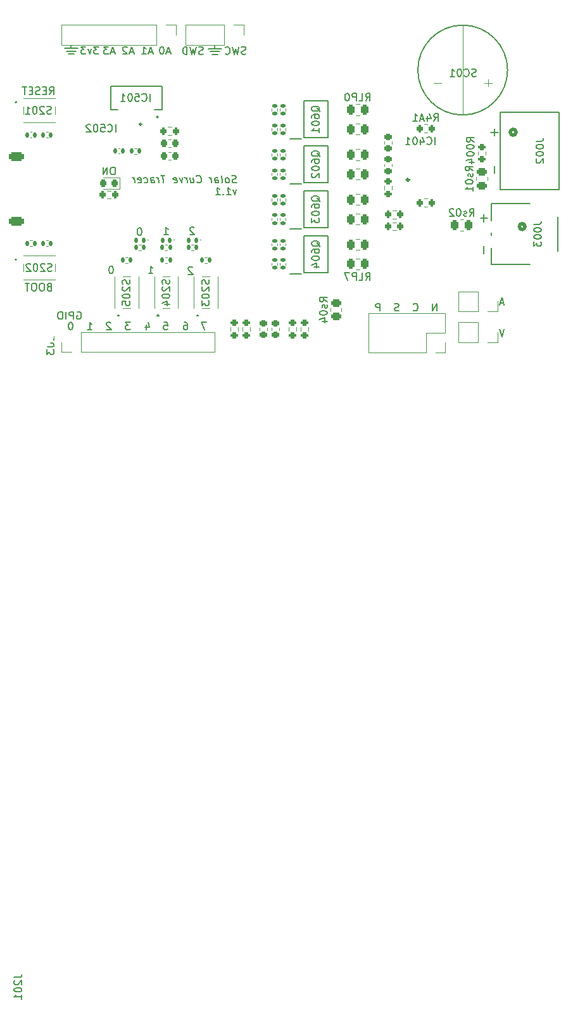
<source format=gbo>
%TF.GenerationSoftware,KiCad,Pcbnew,7.0.10*%
%TF.CreationDate,2024-06-27T09:55:29+02:00*%
%TF.ProjectId,SolarCurveTracer,536f6c61-7243-4757-9276-655472616365,v1.1*%
%TF.SameCoordinates,Original*%
%TF.FileFunction,Legend,Bot*%
%TF.FilePolarity,Positive*%
%FSLAX46Y46*%
G04 Gerber Fmt 4.6, Leading zero omitted, Abs format (unit mm)*
G04 Created by KiCad (PCBNEW 7.0.10) date 2024-06-27 09:55:29*
%MOMM*%
%LPD*%
G01*
G04 APERTURE LIST*
G04 Aperture macros list*
%AMRoundRect*
0 Rectangle with rounded corners*
0 $1 Rounding radius*
0 $2 $3 $4 $5 $6 $7 $8 $9 X,Y pos of 4 corners*
0 Add a 4 corners polygon primitive as box body*
4,1,4,$2,$3,$4,$5,$6,$7,$8,$9,$2,$3,0*
0 Add four circle primitives for the rounded corners*
1,1,$1+$1,$2,$3*
1,1,$1+$1,$4,$5*
1,1,$1+$1,$6,$7*
1,1,$1+$1,$8,$9*
0 Add four rect primitives between the rounded corners*
20,1,$1+$1,$2,$3,$4,$5,0*
20,1,$1+$1,$4,$5,$6,$7,0*
20,1,$1+$1,$6,$7,$8,$9,0*
20,1,$1+$1,$8,$9,$2,$3,0*%
G04 Aperture macros list end*
%ADD10C,0.150000*%
%ADD11C,0.200000*%
%ADD12C,0.120000*%
%ADD13C,0.100000*%
%ADD14C,0.152400*%
%ADD15C,0.508000*%
%ADD16C,0.325000*%
%ADD17C,0.250000*%
%ADD18C,6.400000*%
%ADD19C,0.650000*%
%ADD20O,2.304000X1.204000*%
%ADD21RoundRect,0.301000X-0.701000X0.301000X-0.701000X-0.301000X0.701000X-0.301000X0.701000X0.301000X0*%
%ADD22R,1.525000X0.700000*%
%ADD23RoundRect,0.250000X0.262500X0.450000X-0.262500X0.450000X-0.262500X-0.450000X0.262500X-0.450000X0*%
%ADD24RoundRect,0.135000X-0.135000X-0.185000X0.135000X-0.185000X0.135000X0.185000X-0.135000X0.185000X0*%
%ADD25RoundRect,0.135000X0.135000X0.185000X-0.135000X0.185000X-0.135000X-0.185000X0.135000X-0.185000X0*%
%ADD26RoundRect,0.225000X0.225000X0.250000X-0.225000X0.250000X-0.225000X-0.250000X0.225000X-0.250000X0*%
%ADD27R,1.700000X1.700000*%
%ADD28O,1.700000X1.700000*%
%ADD29RoundRect,0.135000X-0.185000X0.135000X-0.185000X-0.135000X0.185000X-0.135000X0.185000X0.135000X0*%
%ADD30RoundRect,0.200000X-0.275000X0.200000X-0.275000X-0.200000X0.275000X-0.200000X0.275000X0.200000X0*%
%ADD31R,0.750000X1.000000*%
%ADD32RoundRect,0.147500X0.147500X0.172500X-0.147500X0.172500X-0.147500X-0.172500X0.147500X-0.172500X0*%
%ADD33RoundRect,0.140000X0.140000X0.170000X-0.140000X0.170000X-0.140000X-0.170000X0.140000X-0.170000X0*%
%ADD34R,0.700000X1.600000*%
%ADD35RoundRect,0.200000X0.200000X0.275000X-0.200000X0.275000X-0.200000X-0.275000X0.200000X-0.275000X0*%
%ADD36RoundRect,0.225000X0.250000X-0.225000X0.250000X0.225000X-0.250000X0.225000X-0.250000X-0.225000X0*%
%ADD37C,1.803400*%
%ADD38RoundRect,0.250000X-0.450000X0.262500X-0.450000X-0.262500X0.450000X-0.262500X0.450000X0.262500X0*%
%ADD39RoundRect,0.200000X0.275000X-0.200000X0.275000X0.200000X-0.275000X0.200000X-0.275000X-0.200000X0*%
%ADD40RoundRect,0.200000X-0.200000X-0.275000X0.200000X-0.275000X0.200000X0.275000X-0.200000X0.275000X0*%
%ADD41R,3.505200X0.990600*%
%ADD42R,3.403600X1.498600*%
%ADD43R,1.000000X0.750000*%
%ADD44R,0.850000X0.350000*%
%ADD45R,0.350000X0.850000*%
%ADD46R,2.700000X2.700000*%
%ADD47R,0.700000X0.300000*%
%ADD48R,1.000000X1.700000*%
%ADD49RoundRect,0.218750X0.218750X0.256250X-0.218750X0.256250X-0.218750X-0.256250X0.218750X-0.256250X0*%
%ADD50R,1.600000X1.600000*%
%ADD51C,1.600000*%
%ADD52RoundRect,0.225000X-0.250000X0.225000X-0.250000X-0.225000X0.250000X-0.225000X0.250000X0.225000X0*%
G04 APERTURE END LIST*
D10*
X175900000Y-99400000D02*
X175900000Y-100400000D01*
X175000000Y-106400000D02*
X174000000Y-106400000D01*
X137592000Y-83738000D02*
X139370000Y-83738000D01*
X119645000Y-84473000D02*
X118883000Y-84473000D01*
X175900000Y-94400000D02*
X175900000Y-95400000D01*
X119899000Y-84092000D02*
X118629000Y-84092000D01*
X118375000Y-83711000D02*
X120153000Y-83711000D01*
X174500000Y-105900000D02*
X174500000Y-106900000D01*
X139116000Y-84119000D02*
X137846000Y-84119000D01*
X138481000Y-83738000D02*
X138481000Y-83300000D01*
X138862000Y-84500000D02*
X138100000Y-84500000D01*
X119264000Y-83711000D02*
X119264000Y-83330000D01*
X174500000Y-110100000D02*
X174500000Y-111100000D01*
X176400000Y-94900000D02*
X175400000Y-94900000D01*
X134401649Y-120269819D02*
X134592125Y-120269819D01*
X134592125Y-120269819D02*
X134687363Y-120317438D01*
X134687363Y-120317438D02*
X134734982Y-120365057D01*
X134734982Y-120365057D02*
X134830220Y-120507914D01*
X134830220Y-120507914D02*
X134877839Y-120698390D01*
X134877839Y-120698390D02*
X134877839Y-121079342D01*
X134877839Y-121079342D02*
X134830220Y-121174580D01*
X134830220Y-121174580D02*
X134782601Y-121222200D01*
X134782601Y-121222200D02*
X134687363Y-121269819D01*
X134687363Y-121269819D02*
X134496887Y-121269819D01*
X134496887Y-121269819D02*
X134401649Y-121222200D01*
X134401649Y-121222200D02*
X134354030Y-121174580D01*
X134354030Y-121174580D02*
X134306411Y-121079342D01*
X134306411Y-121079342D02*
X134306411Y-120841247D01*
X134306411Y-120841247D02*
X134354030Y-120746009D01*
X134354030Y-120746009D02*
X134401649Y-120698390D01*
X134401649Y-120698390D02*
X134496887Y-120650771D01*
X134496887Y-120650771D02*
X134687363Y-120650771D01*
X134687363Y-120650771D02*
X134782601Y-120698390D01*
X134782601Y-120698390D02*
X134830220Y-120746009D01*
X134830220Y-120746009D02*
X134877839Y-120841247D01*
X177206077Y-121169819D02*
X176872744Y-122169819D01*
X176872744Y-122169819D02*
X176539411Y-121169819D01*
X168163220Y-118769819D02*
X168163220Y-117769819D01*
X168163220Y-117769819D02*
X167591792Y-118769819D01*
X167591792Y-118769819D02*
X167591792Y-117769819D01*
X165020363Y-118674580D02*
X165067982Y-118722200D01*
X165067982Y-118722200D02*
X165210839Y-118769819D01*
X165210839Y-118769819D02*
X165306077Y-118769819D01*
X165306077Y-118769819D02*
X165448934Y-118722200D01*
X165448934Y-118722200D02*
X165544172Y-118626961D01*
X165544172Y-118626961D02*
X165591791Y-118531723D01*
X165591791Y-118531723D02*
X165639410Y-118341247D01*
X165639410Y-118341247D02*
X165639410Y-118198390D01*
X165639410Y-118198390D02*
X165591791Y-118007914D01*
X165591791Y-118007914D02*
X165544172Y-117912676D01*
X165544172Y-117912676D02*
X165448934Y-117817438D01*
X165448934Y-117817438D02*
X165306077Y-117769819D01*
X165306077Y-117769819D02*
X165210839Y-117769819D01*
X165210839Y-117769819D02*
X165067982Y-117817438D01*
X165067982Y-117817438D02*
X165020363Y-117865057D01*
X163115600Y-118722200D02*
X162972743Y-118769819D01*
X162972743Y-118769819D02*
X162734648Y-118769819D01*
X162734648Y-118769819D02*
X162639410Y-118722200D01*
X162639410Y-118722200D02*
X162591791Y-118674580D01*
X162591791Y-118674580D02*
X162544172Y-118579342D01*
X162544172Y-118579342D02*
X162544172Y-118484104D01*
X162544172Y-118484104D02*
X162591791Y-118388866D01*
X162591791Y-118388866D02*
X162639410Y-118341247D01*
X162639410Y-118341247D02*
X162734648Y-118293628D01*
X162734648Y-118293628D02*
X162925124Y-118246009D01*
X162925124Y-118246009D02*
X163020362Y-118198390D01*
X163020362Y-118198390D02*
X163067981Y-118150771D01*
X163067981Y-118150771D02*
X163115600Y-118055533D01*
X163115600Y-118055533D02*
X163115600Y-117960295D01*
X163115600Y-117960295D02*
X163067981Y-117865057D01*
X163067981Y-117865057D02*
X163020362Y-117817438D01*
X163020362Y-117817438D02*
X162925124Y-117769819D01*
X162925124Y-117769819D02*
X162687029Y-117769819D01*
X162687029Y-117769819D02*
X162544172Y-117817438D01*
X160591790Y-118769819D02*
X160591790Y-117769819D01*
X160591790Y-117769819D02*
X160210838Y-117769819D01*
X160210838Y-117769819D02*
X160115600Y-117817438D01*
X160115600Y-117817438D02*
X160067981Y-117865057D01*
X160067981Y-117865057D02*
X160020362Y-117960295D01*
X160020362Y-117960295D02*
X160020362Y-118103152D01*
X160020362Y-118103152D02*
X160067981Y-118198390D01*
X160067981Y-118198390D02*
X160115600Y-118246009D01*
X160115600Y-118246009D02*
X160210838Y-118293628D01*
X160210838Y-118293628D02*
X160591790Y-118293628D01*
X128472744Y-107669819D02*
X128377506Y-107669819D01*
X128377506Y-107669819D02*
X128282268Y-107717438D01*
X128282268Y-107717438D02*
X128234649Y-107765057D01*
X128234649Y-107765057D02*
X128187030Y-107860295D01*
X128187030Y-107860295D02*
X128139411Y-108050771D01*
X128139411Y-108050771D02*
X128139411Y-108288866D01*
X128139411Y-108288866D02*
X128187030Y-108479342D01*
X128187030Y-108479342D02*
X128234649Y-108574580D01*
X128234649Y-108574580D02*
X128282268Y-108622200D01*
X128282268Y-108622200D02*
X128377506Y-108669819D01*
X128377506Y-108669819D02*
X128472744Y-108669819D01*
X128472744Y-108669819D02*
X128567982Y-108622200D01*
X128567982Y-108622200D02*
X128615601Y-108574580D01*
X128615601Y-108574580D02*
X128663220Y-108479342D01*
X128663220Y-108479342D02*
X128710839Y-108288866D01*
X128710839Y-108288866D02*
X128710839Y-108050771D01*
X128710839Y-108050771D02*
X128663220Y-107860295D01*
X128663220Y-107860295D02*
X128615601Y-107765057D01*
X128615601Y-107765057D02*
X128567982Y-107717438D01*
X128567982Y-107717438D02*
X128472744Y-107669819D01*
X131687030Y-120269819D02*
X132163220Y-120269819D01*
X132163220Y-120269819D02*
X132210839Y-120746009D01*
X132210839Y-120746009D02*
X132163220Y-120698390D01*
X132163220Y-120698390D02*
X132067982Y-120650771D01*
X132067982Y-120650771D02*
X131829887Y-120650771D01*
X131829887Y-120650771D02*
X131734649Y-120698390D01*
X131734649Y-120698390D02*
X131687030Y-120746009D01*
X131687030Y-120746009D02*
X131639411Y-120841247D01*
X131639411Y-120841247D02*
X131639411Y-121079342D01*
X131639411Y-121079342D02*
X131687030Y-121174580D01*
X131687030Y-121174580D02*
X131734649Y-121222200D01*
X131734649Y-121222200D02*
X131829887Y-121269819D01*
X131829887Y-121269819D02*
X132067982Y-121269819D01*
X132067982Y-121269819D02*
X132163220Y-121222200D01*
X132163220Y-121222200D02*
X132210839Y-121174580D01*
X132563839Y-84184104D02*
X132087649Y-84184104D01*
X132659077Y-84469819D02*
X132325744Y-83469819D01*
X132325744Y-83469819D02*
X131992411Y-84469819D01*
X131468601Y-83469819D02*
X131373363Y-83469819D01*
X131373363Y-83469819D02*
X131278125Y-83517438D01*
X131278125Y-83517438D02*
X131230506Y-83565057D01*
X131230506Y-83565057D02*
X131182887Y-83660295D01*
X131182887Y-83660295D02*
X131135268Y-83850771D01*
X131135268Y-83850771D02*
X131135268Y-84088866D01*
X131135268Y-84088866D02*
X131182887Y-84279342D01*
X131182887Y-84279342D02*
X131230506Y-84374580D01*
X131230506Y-84374580D02*
X131278125Y-84422200D01*
X131278125Y-84422200D02*
X131373363Y-84469819D01*
X131373363Y-84469819D02*
X131468601Y-84469819D01*
X131468601Y-84469819D02*
X131563839Y-84422200D01*
X131563839Y-84422200D02*
X131611458Y-84374580D01*
X131611458Y-84374580D02*
X131659077Y-84279342D01*
X131659077Y-84279342D02*
X131706696Y-84088866D01*
X131706696Y-84088866D02*
X131706696Y-83850771D01*
X131706696Y-83850771D02*
X131659077Y-83660295D01*
X131659077Y-83660295D02*
X131611458Y-83565057D01*
X131611458Y-83565057D02*
X131563839Y-83517438D01*
X131563839Y-83517438D02*
X131468601Y-83469819D01*
X122959458Y-83469819D02*
X122340411Y-83469819D01*
X122340411Y-83469819D02*
X122673744Y-83850771D01*
X122673744Y-83850771D02*
X122530887Y-83850771D01*
X122530887Y-83850771D02*
X122435649Y-83898390D01*
X122435649Y-83898390D02*
X122388030Y-83946009D01*
X122388030Y-83946009D02*
X122340411Y-84041247D01*
X122340411Y-84041247D02*
X122340411Y-84279342D01*
X122340411Y-84279342D02*
X122388030Y-84374580D01*
X122388030Y-84374580D02*
X122435649Y-84422200D01*
X122435649Y-84422200D02*
X122530887Y-84469819D01*
X122530887Y-84469819D02*
X122816601Y-84469819D01*
X122816601Y-84469819D02*
X122911839Y-84422200D01*
X122911839Y-84422200D02*
X122959458Y-84374580D01*
X122007077Y-83803152D02*
X121768982Y-84469819D01*
X121768982Y-84469819D02*
X121530887Y-83803152D01*
X121245172Y-83469819D02*
X120626125Y-83469819D01*
X120626125Y-83469819D02*
X120959458Y-83850771D01*
X120959458Y-83850771D02*
X120816601Y-83850771D01*
X120816601Y-83850771D02*
X120721363Y-83898390D01*
X120721363Y-83898390D02*
X120673744Y-83946009D01*
X120673744Y-83946009D02*
X120626125Y-84041247D01*
X120626125Y-84041247D02*
X120626125Y-84279342D01*
X120626125Y-84279342D02*
X120673744Y-84374580D01*
X120673744Y-84374580D02*
X120721363Y-84422200D01*
X120721363Y-84422200D02*
X120816601Y-84469819D01*
X120816601Y-84469819D02*
X121102315Y-84469819D01*
X121102315Y-84469819D02*
X121197553Y-84422200D01*
X121197553Y-84422200D02*
X121245172Y-84374580D01*
X136921839Y-84449200D02*
X136778982Y-84496819D01*
X136778982Y-84496819D02*
X136540887Y-84496819D01*
X136540887Y-84496819D02*
X136445649Y-84449200D01*
X136445649Y-84449200D02*
X136398030Y-84401580D01*
X136398030Y-84401580D02*
X136350411Y-84306342D01*
X136350411Y-84306342D02*
X136350411Y-84211104D01*
X136350411Y-84211104D02*
X136398030Y-84115866D01*
X136398030Y-84115866D02*
X136445649Y-84068247D01*
X136445649Y-84068247D02*
X136540887Y-84020628D01*
X136540887Y-84020628D02*
X136731363Y-83973009D01*
X136731363Y-83973009D02*
X136826601Y-83925390D01*
X136826601Y-83925390D02*
X136874220Y-83877771D01*
X136874220Y-83877771D02*
X136921839Y-83782533D01*
X136921839Y-83782533D02*
X136921839Y-83687295D01*
X136921839Y-83687295D02*
X136874220Y-83592057D01*
X136874220Y-83592057D02*
X136826601Y-83544438D01*
X136826601Y-83544438D02*
X136731363Y-83496819D01*
X136731363Y-83496819D02*
X136493268Y-83496819D01*
X136493268Y-83496819D02*
X136350411Y-83544438D01*
X136017077Y-83496819D02*
X135778982Y-84496819D01*
X135778982Y-84496819D02*
X135588506Y-83782533D01*
X135588506Y-83782533D02*
X135398030Y-84496819D01*
X135398030Y-84496819D02*
X135159935Y-83496819D01*
X134778982Y-84496819D02*
X134778982Y-83496819D01*
X134778982Y-83496819D02*
X134540887Y-83496819D01*
X134540887Y-83496819D02*
X134398030Y-83544438D01*
X134398030Y-83544438D02*
X134302792Y-83639676D01*
X134302792Y-83639676D02*
X134255173Y-83734914D01*
X134255173Y-83734914D02*
X134207554Y-83925390D01*
X134207554Y-83925390D02*
X134207554Y-84068247D01*
X134207554Y-84068247D02*
X134255173Y-84258723D01*
X134255173Y-84258723D02*
X134302792Y-84353961D01*
X134302792Y-84353961D02*
X134398030Y-84449200D01*
X134398030Y-84449200D02*
X134540887Y-84496819D01*
X134540887Y-84496819D02*
X134778982Y-84496819D01*
X129639411Y-113769819D02*
X130210839Y-113769819D01*
X129925125Y-113769819D02*
X129925125Y-112769819D01*
X129925125Y-112769819D02*
X130020363Y-112912676D01*
X130020363Y-112912676D02*
X130115601Y-113007914D01*
X130115601Y-113007914D02*
X130210839Y-113055533D01*
X116391792Y-89869819D02*
X116725125Y-89393628D01*
X116963220Y-89869819D02*
X116963220Y-88869819D01*
X116963220Y-88869819D02*
X116582268Y-88869819D01*
X116582268Y-88869819D02*
X116487030Y-88917438D01*
X116487030Y-88917438D02*
X116439411Y-88965057D01*
X116439411Y-88965057D02*
X116391792Y-89060295D01*
X116391792Y-89060295D02*
X116391792Y-89203152D01*
X116391792Y-89203152D02*
X116439411Y-89298390D01*
X116439411Y-89298390D02*
X116487030Y-89346009D01*
X116487030Y-89346009D02*
X116582268Y-89393628D01*
X116582268Y-89393628D02*
X116963220Y-89393628D01*
X115963220Y-89346009D02*
X115629887Y-89346009D01*
X115487030Y-89869819D02*
X115963220Y-89869819D01*
X115963220Y-89869819D02*
X115963220Y-88869819D01*
X115963220Y-88869819D02*
X115487030Y-88869819D01*
X115106077Y-89822200D02*
X114963220Y-89869819D01*
X114963220Y-89869819D02*
X114725125Y-89869819D01*
X114725125Y-89869819D02*
X114629887Y-89822200D01*
X114629887Y-89822200D02*
X114582268Y-89774580D01*
X114582268Y-89774580D02*
X114534649Y-89679342D01*
X114534649Y-89679342D02*
X114534649Y-89584104D01*
X114534649Y-89584104D02*
X114582268Y-89488866D01*
X114582268Y-89488866D02*
X114629887Y-89441247D01*
X114629887Y-89441247D02*
X114725125Y-89393628D01*
X114725125Y-89393628D02*
X114915601Y-89346009D01*
X114915601Y-89346009D02*
X115010839Y-89298390D01*
X115010839Y-89298390D02*
X115058458Y-89250771D01*
X115058458Y-89250771D02*
X115106077Y-89155533D01*
X115106077Y-89155533D02*
X115106077Y-89060295D01*
X115106077Y-89060295D02*
X115058458Y-88965057D01*
X115058458Y-88965057D02*
X115010839Y-88917438D01*
X115010839Y-88917438D02*
X114915601Y-88869819D01*
X114915601Y-88869819D02*
X114677506Y-88869819D01*
X114677506Y-88869819D02*
X114534649Y-88917438D01*
X114106077Y-89346009D02*
X113772744Y-89346009D01*
X113629887Y-89869819D02*
X114106077Y-89869819D01*
X114106077Y-89869819D02*
X114106077Y-88869819D01*
X114106077Y-88869819D02*
X113629887Y-88869819D01*
X113344172Y-88869819D02*
X112772744Y-88869819D01*
X113058458Y-89869819D02*
X113058458Y-88869819D01*
X135510839Y-112965057D02*
X135463220Y-112917438D01*
X135463220Y-112917438D02*
X135367982Y-112869819D01*
X135367982Y-112869819D02*
X135129887Y-112869819D01*
X135129887Y-112869819D02*
X135034649Y-112917438D01*
X135034649Y-112917438D02*
X134987030Y-112965057D01*
X134987030Y-112965057D02*
X134939411Y-113060295D01*
X134939411Y-113060295D02*
X134939411Y-113155533D01*
X134939411Y-113155533D02*
X134987030Y-113298390D01*
X134987030Y-113298390D02*
X135558458Y-113869819D01*
X135558458Y-113869819D02*
X134939411Y-113869819D01*
X125070839Y-84184104D02*
X124594649Y-84184104D01*
X125166077Y-84469819D02*
X124832744Y-83469819D01*
X124832744Y-83469819D02*
X124499411Y-84469819D01*
X124261315Y-83469819D02*
X123642268Y-83469819D01*
X123642268Y-83469819D02*
X123975601Y-83850771D01*
X123975601Y-83850771D02*
X123832744Y-83850771D01*
X123832744Y-83850771D02*
X123737506Y-83898390D01*
X123737506Y-83898390D02*
X123689887Y-83946009D01*
X123689887Y-83946009D02*
X123642268Y-84041247D01*
X123642268Y-84041247D02*
X123642268Y-84279342D01*
X123642268Y-84279342D02*
X123689887Y-84374580D01*
X123689887Y-84374580D02*
X123737506Y-84422200D01*
X123737506Y-84422200D02*
X123832744Y-84469819D01*
X123832744Y-84469819D02*
X124118458Y-84469819D01*
X124118458Y-84469819D02*
X124213696Y-84422200D01*
X124213696Y-84422200D02*
X124261315Y-84374580D01*
X142636839Y-84449200D02*
X142493982Y-84496819D01*
X142493982Y-84496819D02*
X142255887Y-84496819D01*
X142255887Y-84496819D02*
X142160649Y-84449200D01*
X142160649Y-84449200D02*
X142113030Y-84401580D01*
X142113030Y-84401580D02*
X142065411Y-84306342D01*
X142065411Y-84306342D02*
X142065411Y-84211104D01*
X142065411Y-84211104D02*
X142113030Y-84115866D01*
X142113030Y-84115866D02*
X142160649Y-84068247D01*
X142160649Y-84068247D02*
X142255887Y-84020628D01*
X142255887Y-84020628D02*
X142446363Y-83973009D01*
X142446363Y-83973009D02*
X142541601Y-83925390D01*
X142541601Y-83925390D02*
X142589220Y-83877771D01*
X142589220Y-83877771D02*
X142636839Y-83782533D01*
X142636839Y-83782533D02*
X142636839Y-83687295D01*
X142636839Y-83687295D02*
X142589220Y-83592057D01*
X142589220Y-83592057D02*
X142541601Y-83544438D01*
X142541601Y-83544438D02*
X142446363Y-83496819D01*
X142446363Y-83496819D02*
X142208268Y-83496819D01*
X142208268Y-83496819D02*
X142065411Y-83544438D01*
X141732077Y-83496819D02*
X141493982Y-84496819D01*
X141493982Y-84496819D02*
X141303506Y-83782533D01*
X141303506Y-83782533D02*
X141113030Y-84496819D01*
X141113030Y-84496819D02*
X140874935Y-83496819D01*
X139922554Y-84401580D02*
X139970173Y-84449200D01*
X139970173Y-84449200D02*
X140113030Y-84496819D01*
X140113030Y-84496819D02*
X140208268Y-84496819D01*
X140208268Y-84496819D02*
X140351125Y-84449200D01*
X140351125Y-84449200D02*
X140446363Y-84353961D01*
X140446363Y-84353961D02*
X140493982Y-84258723D01*
X140493982Y-84258723D02*
X140541601Y-84068247D01*
X140541601Y-84068247D02*
X140541601Y-83925390D01*
X140541601Y-83925390D02*
X140493982Y-83734914D01*
X140493982Y-83734914D02*
X140446363Y-83639676D01*
X140446363Y-83639676D02*
X140351125Y-83544438D01*
X140351125Y-83544438D02*
X140208268Y-83496819D01*
X140208268Y-83496819D02*
X140113030Y-83496819D01*
X140113030Y-83496819D02*
X139970173Y-83544438D01*
X139970173Y-83544438D02*
X139922554Y-83592057D01*
X131699411Y-108569819D02*
X132270839Y-108569819D01*
X131985125Y-108569819D02*
X131985125Y-107569819D01*
X131985125Y-107569819D02*
X132080363Y-107712676D01*
X132080363Y-107712676D02*
X132175601Y-107807914D01*
X132175601Y-107807914D02*
X132270839Y-107855533D01*
X135710839Y-107665057D02*
X135663220Y-107617438D01*
X135663220Y-107617438D02*
X135567982Y-107569819D01*
X135567982Y-107569819D02*
X135329887Y-107569819D01*
X135329887Y-107569819D02*
X135234649Y-107617438D01*
X135234649Y-107617438D02*
X135187030Y-107665057D01*
X135187030Y-107665057D02*
X135139411Y-107760295D01*
X135139411Y-107760295D02*
X135139411Y-107855533D01*
X135139411Y-107855533D02*
X135187030Y-107998390D01*
X135187030Y-107998390D02*
X135758458Y-108569819D01*
X135758458Y-108569819D02*
X135139411Y-108569819D01*
X119272744Y-120269819D02*
X119177506Y-120269819D01*
X119177506Y-120269819D02*
X119082268Y-120317438D01*
X119082268Y-120317438D02*
X119034649Y-120365057D01*
X119034649Y-120365057D02*
X118987030Y-120460295D01*
X118987030Y-120460295D02*
X118939411Y-120650771D01*
X118939411Y-120650771D02*
X118939411Y-120888866D01*
X118939411Y-120888866D02*
X118987030Y-121079342D01*
X118987030Y-121079342D02*
X119034649Y-121174580D01*
X119034649Y-121174580D02*
X119082268Y-121222200D01*
X119082268Y-121222200D02*
X119177506Y-121269819D01*
X119177506Y-121269819D02*
X119272744Y-121269819D01*
X119272744Y-121269819D02*
X119367982Y-121222200D01*
X119367982Y-121222200D02*
X119415601Y-121174580D01*
X119415601Y-121174580D02*
X119463220Y-121079342D01*
X119463220Y-121079342D02*
X119510839Y-120888866D01*
X119510839Y-120888866D02*
X119510839Y-120650771D01*
X119510839Y-120650771D02*
X119463220Y-120460295D01*
X119463220Y-120460295D02*
X119415601Y-120365057D01*
X119415601Y-120365057D02*
X119367982Y-120317438D01*
X119367982Y-120317438D02*
X119272744Y-120269819D01*
X127178458Y-120269819D02*
X126559411Y-120269819D01*
X126559411Y-120269819D02*
X126892744Y-120650771D01*
X126892744Y-120650771D02*
X126749887Y-120650771D01*
X126749887Y-120650771D02*
X126654649Y-120698390D01*
X126654649Y-120698390D02*
X126607030Y-120746009D01*
X126607030Y-120746009D02*
X126559411Y-120841247D01*
X126559411Y-120841247D02*
X126559411Y-121079342D01*
X126559411Y-121079342D02*
X126607030Y-121174580D01*
X126607030Y-121174580D02*
X126654649Y-121222200D01*
X126654649Y-121222200D02*
X126749887Y-121269819D01*
X126749887Y-121269819D02*
X127035601Y-121269819D01*
X127035601Y-121269819D02*
X127130839Y-121222200D01*
X127130839Y-121222200D02*
X127178458Y-121174580D01*
X130150839Y-84184104D02*
X129674649Y-84184104D01*
X130246077Y-84469819D02*
X129912744Y-83469819D01*
X129912744Y-83469819D02*
X129579411Y-84469819D01*
X128722268Y-84469819D02*
X129293696Y-84469819D01*
X129007982Y-84469819D02*
X129007982Y-83469819D01*
X129007982Y-83469819D02*
X129103220Y-83612676D01*
X129103220Y-83612676D02*
X129198458Y-83707914D01*
X129198458Y-83707914D02*
X129293696Y-83755533D01*
X127610839Y-84184104D02*
X127134649Y-84184104D01*
X127706077Y-84469819D02*
X127372744Y-83469819D01*
X127372744Y-83469819D02*
X127039411Y-84469819D01*
X126753696Y-83565057D02*
X126706077Y-83517438D01*
X126706077Y-83517438D02*
X126610839Y-83469819D01*
X126610839Y-83469819D02*
X126372744Y-83469819D01*
X126372744Y-83469819D02*
X126277506Y-83517438D01*
X126277506Y-83517438D02*
X126229887Y-83565057D01*
X126229887Y-83565057D02*
X126182268Y-83660295D01*
X126182268Y-83660295D02*
X126182268Y-83755533D01*
X126182268Y-83755533D02*
X126229887Y-83898390D01*
X126229887Y-83898390D02*
X126801315Y-84469819D01*
X126801315Y-84469819D02*
X126182268Y-84469819D01*
X121479411Y-121269819D02*
X122050839Y-121269819D01*
X121765125Y-121269819D02*
X121765125Y-120269819D01*
X121765125Y-120269819D02*
X121860363Y-120412676D01*
X121860363Y-120412676D02*
X121955601Y-120507914D01*
X121955601Y-120507914D02*
X122050839Y-120555533D01*
X124972744Y-99569819D02*
X124782268Y-99569819D01*
X124782268Y-99569819D02*
X124687030Y-99617438D01*
X124687030Y-99617438D02*
X124591792Y-99712676D01*
X124591792Y-99712676D02*
X124544173Y-99903152D01*
X124544173Y-99903152D02*
X124544173Y-100236485D01*
X124544173Y-100236485D02*
X124591792Y-100426961D01*
X124591792Y-100426961D02*
X124687030Y-100522200D01*
X124687030Y-100522200D02*
X124782268Y-100569819D01*
X124782268Y-100569819D02*
X124972744Y-100569819D01*
X124972744Y-100569819D02*
X125067982Y-100522200D01*
X125067982Y-100522200D02*
X125163220Y-100426961D01*
X125163220Y-100426961D02*
X125210839Y-100236485D01*
X125210839Y-100236485D02*
X125210839Y-99903152D01*
X125210839Y-99903152D02*
X125163220Y-99712676D01*
X125163220Y-99712676D02*
X125067982Y-99617438D01*
X125067982Y-99617438D02*
X124972744Y-99569819D01*
X124115601Y-100569819D02*
X124115601Y-99569819D01*
X124115601Y-99569819D02*
X123544173Y-100569819D01*
X123544173Y-100569819D02*
X123544173Y-99569819D01*
X177110839Y-117684104D02*
X176634649Y-117684104D01*
X177206077Y-117969819D02*
X176872744Y-116969819D01*
X176872744Y-116969819D02*
X176539411Y-117969819D01*
X129321649Y-120603152D02*
X129321649Y-121269819D01*
X129559744Y-120222200D02*
X129797839Y-120936485D01*
X129797839Y-120936485D02*
X129178792Y-120936485D01*
X124590839Y-120365057D02*
X124543220Y-120317438D01*
X124543220Y-120317438D02*
X124447982Y-120269819D01*
X124447982Y-120269819D02*
X124209887Y-120269819D01*
X124209887Y-120269819D02*
X124114649Y-120317438D01*
X124114649Y-120317438D02*
X124067030Y-120365057D01*
X124067030Y-120365057D02*
X124019411Y-120460295D01*
X124019411Y-120460295D02*
X124019411Y-120555533D01*
X124019411Y-120555533D02*
X124067030Y-120698390D01*
X124067030Y-120698390D02*
X124638458Y-121269819D01*
X124638458Y-121269819D02*
X124019411Y-121269819D01*
X137338458Y-120269819D02*
X136671792Y-120269819D01*
X136671792Y-120269819D02*
X137100363Y-121269819D01*
X120082411Y-118917438D02*
X120177649Y-118869819D01*
X120177649Y-118869819D02*
X120320506Y-118869819D01*
X120320506Y-118869819D02*
X120463363Y-118917438D01*
X120463363Y-118917438D02*
X120558601Y-119012676D01*
X120558601Y-119012676D02*
X120606220Y-119107914D01*
X120606220Y-119107914D02*
X120653839Y-119298390D01*
X120653839Y-119298390D02*
X120653839Y-119441247D01*
X120653839Y-119441247D02*
X120606220Y-119631723D01*
X120606220Y-119631723D02*
X120558601Y-119726961D01*
X120558601Y-119726961D02*
X120463363Y-119822200D01*
X120463363Y-119822200D02*
X120320506Y-119869819D01*
X120320506Y-119869819D02*
X120225268Y-119869819D01*
X120225268Y-119869819D02*
X120082411Y-119822200D01*
X120082411Y-119822200D02*
X120034792Y-119774580D01*
X120034792Y-119774580D02*
X120034792Y-119441247D01*
X120034792Y-119441247D02*
X120225268Y-119441247D01*
X119606220Y-119869819D02*
X119606220Y-118869819D01*
X119606220Y-118869819D02*
X119225268Y-118869819D01*
X119225268Y-118869819D02*
X119130030Y-118917438D01*
X119130030Y-118917438D02*
X119082411Y-118965057D01*
X119082411Y-118965057D02*
X119034792Y-119060295D01*
X119034792Y-119060295D02*
X119034792Y-119203152D01*
X119034792Y-119203152D02*
X119082411Y-119298390D01*
X119082411Y-119298390D02*
X119130030Y-119346009D01*
X119130030Y-119346009D02*
X119225268Y-119393628D01*
X119225268Y-119393628D02*
X119606220Y-119393628D01*
X118606220Y-119869819D02*
X118606220Y-118869819D01*
X117939554Y-118869819D02*
X117749078Y-118869819D01*
X117749078Y-118869819D02*
X117653840Y-118917438D01*
X117653840Y-118917438D02*
X117558602Y-119012676D01*
X117558602Y-119012676D02*
X117510983Y-119203152D01*
X117510983Y-119203152D02*
X117510983Y-119536485D01*
X117510983Y-119536485D02*
X117558602Y-119726961D01*
X117558602Y-119726961D02*
X117653840Y-119822200D01*
X117653840Y-119822200D02*
X117749078Y-119869819D01*
X117749078Y-119869819D02*
X117939554Y-119869819D01*
X117939554Y-119869819D02*
X118034792Y-119822200D01*
X118034792Y-119822200D02*
X118130030Y-119726961D01*
X118130030Y-119726961D02*
X118177649Y-119536485D01*
X118177649Y-119536485D02*
X118177649Y-119203152D01*
X118177649Y-119203152D02*
X118130030Y-119012676D01*
X118130030Y-119012676D02*
X118034792Y-118917438D01*
X118034792Y-118917438D02*
X117939554Y-118869819D01*
X116329887Y-115546009D02*
X116187030Y-115593628D01*
X116187030Y-115593628D02*
X116139411Y-115641247D01*
X116139411Y-115641247D02*
X116091792Y-115736485D01*
X116091792Y-115736485D02*
X116091792Y-115879342D01*
X116091792Y-115879342D02*
X116139411Y-115974580D01*
X116139411Y-115974580D02*
X116187030Y-116022200D01*
X116187030Y-116022200D02*
X116282268Y-116069819D01*
X116282268Y-116069819D02*
X116663220Y-116069819D01*
X116663220Y-116069819D02*
X116663220Y-115069819D01*
X116663220Y-115069819D02*
X116329887Y-115069819D01*
X116329887Y-115069819D02*
X116234649Y-115117438D01*
X116234649Y-115117438D02*
X116187030Y-115165057D01*
X116187030Y-115165057D02*
X116139411Y-115260295D01*
X116139411Y-115260295D02*
X116139411Y-115355533D01*
X116139411Y-115355533D02*
X116187030Y-115450771D01*
X116187030Y-115450771D02*
X116234649Y-115498390D01*
X116234649Y-115498390D02*
X116329887Y-115546009D01*
X116329887Y-115546009D02*
X116663220Y-115546009D01*
X115472744Y-115069819D02*
X115282268Y-115069819D01*
X115282268Y-115069819D02*
X115187030Y-115117438D01*
X115187030Y-115117438D02*
X115091792Y-115212676D01*
X115091792Y-115212676D02*
X115044173Y-115403152D01*
X115044173Y-115403152D02*
X115044173Y-115736485D01*
X115044173Y-115736485D02*
X115091792Y-115926961D01*
X115091792Y-115926961D02*
X115187030Y-116022200D01*
X115187030Y-116022200D02*
X115282268Y-116069819D01*
X115282268Y-116069819D02*
X115472744Y-116069819D01*
X115472744Y-116069819D02*
X115567982Y-116022200D01*
X115567982Y-116022200D02*
X115663220Y-115926961D01*
X115663220Y-115926961D02*
X115710839Y-115736485D01*
X115710839Y-115736485D02*
X115710839Y-115403152D01*
X115710839Y-115403152D02*
X115663220Y-115212676D01*
X115663220Y-115212676D02*
X115567982Y-115117438D01*
X115567982Y-115117438D02*
X115472744Y-115069819D01*
X114425125Y-115069819D02*
X114234649Y-115069819D01*
X114234649Y-115069819D02*
X114139411Y-115117438D01*
X114139411Y-115117438D02*
X114044173Y-115212676D01*
X114044173Y-115212676D02*
X113996554Y-115403152D01*
X113996554Y-115403152D02*
X113996554Y-115736485D01*
X113996554Y-115736485D02*
X114044173Y-115926961D01*
X114044173Y-115926961D02*
X114139411Y-116022200D01*
X114139411Y-116022200D02*
X114234649Y-116069819D01*
X114234649Y-116069819D02*
X114425125Y-116069819D01*
X114425125Y-116069819D02*
X114520363Y-116022200D01*
X114520363Y-116022200D02*
X114615601Y-115926961D01*
X114615601Y-115926961D02*
X114663220Y-115736485D01*
X114663220Y-115736485D02*
X114663220Y-115403152D01*
X114663220Y-115403152D02*
X114615601Y-115212676D01*
X114615601Y-115212676D02*
X114520363Y-115117438D01*
X114520363Y-115117438D02*
X114425125Y-115069819D01*
X113710839Y-115069819D02*
X113139411Y-115069819D01*
X113425125Y-116069819D02*
X113425125Y-115069819D01*
X124672744Y-112769819D02*
X124577506Y-112769819D01*
X124577506Y-112769819D02*
X124482268Y-112817438D01*
X124482268Y-112817438D02*
X124434649Y-112865057D01*
X124434649Y-112865057D02*
X124387030Y-112960295D01*
X124387030Y-112960295D02*
X124339411Y-113150771D01*
X124339411Y-113150771D02*
X124339411Y-113388866D01*
X124339411Y-113388866D02*
X124387030Y-113579342D01*
X124387030Y-113579342D02*
X124434649Y-113674580D01*
X124434649Y-113674580D02*
X124482268Y-113722200D01*
X124482268Y-113722200D02*
X124577506Y-113769819D01*
X124577506Y-113769819D02*
X124672744Y-113769819D01*
X124672744Y-113769819D02*
X124767982Y-113722200D01*
X124767982Y-113722200D02*
X124815601Y-113674580D01*
X124815601Y-113674580D02*
X124863220Y-113579342D01*
X124863220Y-113579342D02*
X124910839Y-113388866D01*
X124910839Y-113388866D02*
X124910839Y-113150771D01*
X124910839Y-113150771D02*
X124863220Y-112960295D01*
X124863220Y-112960295D02*
X124815601Y-112865057D01*
X124815601Y-112865057D02*
X124767982Y-112817438D01*
X124767982Y-112817438D02*
X124672744Y-112769819D01*
X141410839Y-101612200D02*
X141273935Y-101659819D01*
X141273935Y-101659819D02*
X141035839Y-101659819D01*
X141035839Y-101659819D02*
X140934649Y-101612200D01*
X140934649Y-101612200D02*
X140881077Y-101564580D01*
X140881077Y-101564580D02*
X140821554Y-101469342D01*
X140821554Y-101469342D02*
X140809649Y-101374104D01*
X140809649Y-101374104D02*
X140845363Y-101278866D01*
X140845363Y-101278866D02*
X140887030Y-101231247D01*
X140887030Y-101231247D02*
X140976316Y-101183628D01*
X140976316Y-101183628D02*
X141160839Y-101136009D01*
X141160839Y-101136009D02*
X141250125Y-101088390D01*
X141250125Y-101088390D02*
X141291792Y-101040771D01*
X141291792Y-101040771D02*
X141327506Y-100945533D01*
X141327506Y-100945533D02*
X141315601Y-100850295D01*
X141315601Y-100850295D02*
X141256077Y-100755057D01*
X141256077Y-100755057D02*
X141202506Y-100707438D01*
X141202506Y-100707438D02*
X141101316Y-100659819D01*
X141101316Y-100659819D02*
X140863220Y-100659819D01*
X140863220Y-100659819D02*
X140726316Y-100707438D01*
X140273935Y-101659819D02*
X140363220Y-101612200D01*
X140363220Y-101612200D02*
X140404887Y-101564580D01*
X140404887Y-101564580D02*
X140440601Y-101469342D01*
X140440601Y-101469342D02*
X140404887Y-101183628D01*
X140404887Y-101183628D02*
X140345363Y-101088390D01*
X140345363Y-101088390D02*
X140291792Y-101040771D01*
X140291792Y-101040771D02*
X140190601Y-100993152D01*
X140190601Y-100993152D02*
X140047744Y-100993152D01*
X140047744Y-100993152D02*
X139958458Y-101040771D01*
X139958458Y-101040771D02*
X139916792Y-101088390D01*
X139916792Y-101088390D02*
X139881077Y-101183628D01*
X139881077Y-101183628D02*
X139916792Y-101469342D01*
X139916792Y-101469342D02*
X139976315Y-101564580D01*
X139976315Y-101564580D02*
X140029887Y-101612200D01*
X140029887Y-101612200D02*
X140131077Y-101659819D01*
X140131077Y-101659819D02*
X140273935Y-101659819D01*
X139369173Y-101659819D02*
X139458458Y-101612200D01*
X139458458Y-101612200D02*
X139494173Y-101516961D01*
X139494173Y-101516961D02*
X139387030Y-100659819D01*
X138559648Y-101659819D02*
X138494172Y-101136009D01*
X138494172Y-101136009D02*
X138529886Y-101040771D01*
X138529886Y-101040771D02*
X138619172Y-100993152D01*
X138619172Y-100993152D02*
X138809648Y-100993152D01*
X138809648Y-100993152D02*
X138910839Y-101040771D01*
X138553696Y-101612200D02*
X138654886Y-101659819D01*
X138654886Y-101659819D02*
X138892982Y-101659819D01*
X138892982Y-101659819D02*
X138982267Y-101612200D01*
X138982267Y-101612200D02*
X139017982Y-101516961D01*
X139017982Y-101516961D02*
X139006077Y-101421723D01*
X139006077Y-101421723D02*
X138946553Y-101326485D01*
X138946553Y-101326485D02*
X138845363Y-101278866D01*
X138845363Y-101278866D02*
X138607267Y-101278866D01*
X138607267Y-101278866D02*
X138506077Y-101231247D01*
X138083458Y-101659819D02*
X138000124Y-100993152D01*
X138023934Y-101183628D02*
X137964410Y-101088390D01*
X137964410Y-101088390D02*
X137910839Y-101040771D01*
X137910839Y-101040771D02*
X137809648Y-100993152D01*
X137809648Y-100993152D02*
X137714410Y-100993152D01*
X136119171Y-101564580D02*
X136172743Y-101612200D01*
X136172743Y-101612200D02*
X136321552Y-101659819D01*
X136321552Y-101659819D02*
X136416790Y-101659819D01*
X136416790Y-101659819D02*
X136553695Y-101612200D01*
X136553695Y-101612200D02*
X136637028Y-101516961D01*
X136637028Y-101516961D02*
X136672743Y-101421723D01*
X136672743Y-101421723D02*
X136696552Y-101231247D01*
X136696552Y-101231247D02*
X136678695Y-101088390D01*
X136678695Y-101088390D02*
X136607267Y-100897914D01*
X136607267Y-100897914D02*
X136547743Y-100802676D01*
X136547743Y-100802676D02*
X136440600Y-100707438D01*
X136440600Y-100707438D02*
X136291790Y-100659819D01*
X136291790Y-100659819D02*
X136196552Y-100659819D01*
X136196552Y-100659819D02*
X136059648Y-100707438D01*
X136059648Y-100707438D02*
X136017981Y-100755057D01*
X135190600Y-100993152D02*
X135273933Y-101659819D01*
X135619171Y-100993152D02*
X135684648Y-101516961D01*
X135684648Y-101516961D02*
X135648933Y-101612200D01*
X135648933Y-101612200D02*
X135559648Y-101659819D01*
X135559648Y-101659819D02*
X135416790Y-101659819D01*
X135416790Y-101659819D02*
X135315600Y-101612200D01*
X135315600Y-101612200D02*
X135262028Y-101564580D01*
X134797743Y-101659819D02*
X134714409Y-100993152D01*
X134738219Y-101183628D02*
X134678695Y-101088390D01*
X134678695Y-101088390D02*
X134625124Y-101040771D01*
X134625124Y-101040771D02*
X134523933Y-100993152D01*
X134523933Y-100993152D02*
X134428695Y-100993152D01*
X134190599Y-100993152D02*
X134035838Y-101659819D01*
X134035838Y-101659819D02*
X133714409Y-100993152D01*
X133029885Y-101612200D02*
X133131075Y-101659819D01*
X133131075Y-101659819D02*
X133321552Y-101659819D01*
X133321552Y-101659819D02*
X133410837Y-101612200D01*
X133410837Y-101612200D02*
X133446552Y-101516961D01*
X133446552Y-101516961D02*
X133398933Y-101136009D01*
X133398933Y-101136009D02*
X133339409Y-101040771D01*
X133339409Y-101040771D02*
X133238218Y-100993152D01*
X133238218Y-100993152D02*
X133047742Y-100993152D01*
X133047742Y-100993152D02*
X132958456Y-101040771D01*
X132958456Y-101040771D02*
X132922742Y-101136009D01*
X132922742Y-101136009D02*
X132934647Y-101231247D01*
X132934647Y-101231247D02*
X133422742Y-101326485D01*
X131815599Y-100659819D02*
X131244170Y-100659819D01*
X131654885Y-101659819D02*
X131529885Y-100659819D01*
X131035837Y-101659819D02*
X130952503Y-100993152D01*
X130976313Y-101183628D02*
X130916789Y-101088390D01*
X130916789Y-101088390D02*
X130863218Y-101040771D01*
X130863218Y-101040771D02*
X130762027Y-100993152D01*
X130762027Y-100993152D02*
X130666789Y-100993152D01*
X129988217Y-101659819D02*
X129922741Y-101136009D01*
X129922741Y-101136009D02*
X129958455Y-101040771D01*
X129958455Y-101040771D02*
X130047741Y-100993152D01*
X130047741Y-100993152D02*
X130238217Y-100993152D01*
X130238217Y-100993152D02*
X130339408Y-101040771D01*
X129982265Y-101612200D02*
X130083455Y-101659819D01*
X130083455Y-101659819D02*
X130321551Y-101659819D01*
X130321551Y-101659819D02*
X130410836Y-101612200D01*
X130410836Y-101612200D02*
X130446551Y-101516961D01*
X130446551Y-101516961D02*
X130434646Y-101421723D01*
X130434646Y-101421723D02*
X130375122Y-101326485D01*
X130375122Y-101326485D02*
X130273932Y-101278866D01*
X130273932Y-101278866D02*
X130035836Y-101278866D01*
X130035836Y-101278866D02*
X129934646Y-101231247D01*
X129077503Y-101612200D02*
X129178693Y-101659819D01*
X129178693Y-101659819D02*
X129369170Y-101659819D01*
X129369170Y-101659819D02*
X129458455Y-101612200D01*
X129458455Y-101612200D02*
X129500122Y-101564580D01*
X129500122Y-101564580D02*
X129535836Y-101469342D01*
X129535836Y-101469342D02*
X129500122Y-101183628D01*
X129500122Y-101183628D02*
X129440598Y-101088390D01*
X129440598Y-101088390D02*
X129387027Y-101040771D01*
X129387027Y-101040771D02*
X129285836Y-100993152D01*
X129285836Y-100993152D02*
X129095360Y-100993152D01*
X129095360Y-100993152D02*
X129006074Y-101040771D01*
X128267979Y-101612200D02*
X128369169Y-101659819D01*
X128369169Y-101659819D02*
X128559646Y-101659819D01*
X128559646Y-101659819D02*
X128648931Y-101612200D01*
X128648931Y-101612200D02*
X128684646Y-101516961D01*
X128684646Y-101516961D02*
X128637027Y-101136009D01*
X128637027Y-101136009D02*
X128577503Y-101040771D01*
X128577503Y-101040771D02*
X128476312Y-100993152D01*
X128476312Y-100993152D02*
X128285836Y-100993152D01*
X128285836Y-100993152D02*
X128196550Y-101040771D01*
X128196550Y-101040771D02*
X128160836Y-101136009D01*
X128160836Y-101136009D02*
X128172741Y-101231247D01*
X128172741Y-101231247D02*
X128660836Y-101326485D01*
X127797741Y-101659819D02*
X127714407Y-100993152D01*
X127738217Y-101183628D02*
X127678693Y-101088390D01*
X127678693Y-101088390D02*
X127625122Y-101040771D01*
X127625122Y-101040771D02*
X127523931Y-100993152D01*
X127523931Y-100993152D02*
X127428693Y-100993152D01*
X141381077Y-102603152D02*
X141226316Y-103269819D01*
X141226316Y-103269819D02*
X140904887Y-102603152D01*
X140083458Y-103269819D02*
X140654887Y-103269819D01*
X140369172Y-103269819D02*
X140244172Y-102269819D01*
X140244172Y-102269819D02*
X140357268Y-102412676D01*
X140357268Y-102412676D02*
X140464411Y-102507914D01*
X140464411Y-102507914D02*
X140565601Y-102555533D01*
X139642982Y-103174580D02*
X139601315Y-103222200D01*
X139601315Y-103222200D02*
X139654887Y-103269819D01*
X139654887Y-103269819D02*
X139696553Y-103222200D01*
X139696553Y-103222200D02*
X139642982Y-103174580D01*
X139642982Y-103174580D02*
X139654887Y-103269819D01*
X138654887Y-103269819D02*
X139226316Y-103269819D01*
X138940601Y-103269819D02*
X138815601Y-102269819D01*
X138815601Y-102269819D02*
X138928697Y-102412676D01*
X138928697Y-102412676D02*
X139035840Y-102507914D01*
X139035840Y-102507914D02*
X139137030Y-102555533D01*
X152550057Y-104152380D02*
X152502438Y-104057142D01*
X152502438Y-104057142D02*
X152407200Y-103961904D01*
X152407200Y-103961904D02*
X152264342Y-103819047D01*
X152264342Y-103819047D02*
X152216723Y-103723809D01*
X152216723Y-103723809D02*
X152216723Y-103628571D01*
X152454819Y-103676190D02*
X152407200Y-103580952D01*
X152407200Y-103580952D02*
X152311961Y-103485714D01*
X152311961Y-103485714D02*
X152121485Y-103438095D01*
X152121485Y-103438095D02*
X151788152Y-103438095D01*
X151788152Y-103438095D02*
X151597676Y-103485714D01*
X151597676Y-103485714D02*
X151502438Y-103580952D01*
X151502438Y-103580952D02*
X151454819Y-103676190D01*
X151454819Y-103676190D02*
X151454819Y-103866666D01*
X151454819Y-103866666D02*
X151502438Y-103961904D01*
X151502438Y-103961904D02*
X151597676Y-104057142D01*
X151597676Y-104057142D02*
X151788152Y-104104761D01*
X151788152Y-104104761D02*
X152121485Y-104104761D01*
X152121485Y-104104761D02*
X152311961Y-104057142D01*
X152311961Y-104057142D02*
X152407200Y-103961904D01*
X152407200Y-103961904D02*
X152454819Y-103866666D01*
X152454819Y-103866666D02*
X152454819Y-103676190D01*
X151454819Y-104961904D02*
X151454819Y-104771428D01*
X151454819Y-104771428D02*
X151502438Y-104676190D01*
X151502438Y-104676190D02*
X151550057Y-104628571D01*
X151550057Y-104628571D02*
X151692914Y-104533333D01*
X151692914Y-104533333D02*
X151883390Y-104485714D01*
X151883390Y-104485714D02*
X152264342Y-104485714D01*
X152264342Y-104485714D02*
X152359580Y-104533333D01*
X152359580Y-104533333D02*
X152407200Y-104580952D01*
X152407200Y-104580952D02*
X152454819Y-104676190D01*
X152454819Y-104676190D02*
X152454819Y-104866666D01*
X152454819Y-104866666D02*
X152407200Y-104961904D01*
X152407200Y-104961904D02*
X152359580Y-105009523D01*
X152359580Y-105009523D02*
X152264342Y-105057142D01*
X152264342Y-105057142D02*
X152026247Y-105057142D01*
X152026247Y-105057142D02*
X151931009Y-105009523D01*
X151931009Y-105009523D02*
X151883390Y-104961904D01*
X151883390Y-104961904D02*
X151835771Y-104866666D01*
X151835771Y-104866666D02*
X151835771Y-104676190D01*
X151835771Y-104676190D02*
X151883390Y-104580952D01*
X151883390Y-104580952D02*
X151931009Y-104533333D01*
X151931009Y-104533333D02*
X152026247Y-104485714D01*
X151454819Y-105676190D02*
X151454819Y-105771428D01*
X151454819Y-105771428D02*
X151502438Y-105866666D01*
X151502438Y-105866666D02*
X151550057Y-105914285D01*
X151550057Y-105914285D02*
X151645295Y-105961904D01*
X151645295Y-105961904D02*
X151835771Y-106009523D01*
X151835771Y-106009523D02*
X152073866Y-106009523D01*
X152073866Y-106009523D02*
X152264342Y-105961904D01*
X152264342Y-105961904D02*
X152359580Y-105914285D01*
X152359580Y-105914285D02*
X152407200Y-105866666D01*
X152407200Y-105866666D02*
X152454819Y-105771428D01*
X152454819Y-105771428D02*
X152454819Y-105676190D01*
X152454819Y-105676190D02*
X152407200Y-105580952D01*
X152407200Y-105580952D02*
X152359580Y-105533333D01*
X152359580Y-105533333D02*
X152264342Y-105485714D01*
X152264342Y-105485714D02*
X152073866Y-105438095D01*
X152073866Y-105438095D02*
X151835771Y-105438095D01*
X151835771Y-105438095D02*
X151645295Y-105485714D01*
X151645295Y-105485714D02*
X151550057Y-105533333D01*
X151550057Y-105533333D02*
X151502438Y-105580952D01*
X151502438Y-105580952D02*
X151454819Y-105676190D01*
X151454819Y-106342857D02*
X151454819Y-106961904D01*
X151454819Y-106961904D02*
X151835771Y-106628571D01*
X151835771Y-106628571D02*
X151835771Y-106771428D01*
X151835771Y-106771428D02*
X151883390Y-106866666D01*
X151883390Y-106866666D02*
X151931009Y-106914285D01*
X151931009Y-106914285D02*
X152026247Y-106961904D01*
X152026247Y-106961904D02*
X152264342Y-106961904D01*
X152264342Y-106961904D02*
X152359580Y-106914285D01*
X152359580Y-106914285D02*
X152407200Y-106866666D01*
X152407200Y-106866666D02*
X152454819Y-106771428D01*
X152454819Y-106771428D02*
X152454819Y-106485714D01*
X152454819Y-106485714D02*
X152407200Y-106390476D01*
X152407200Y-106390476D02*
X152359580Y-106342857D01*
X158671428Y-90704819D02*
X159004761Y-90228628D01*
X159242856Y-90704819D02*
X159242856Y-89704819D01*
X159242856Y-89704819D02*
X158861904Y-89704819D01*
X158861904Y-89704819D02*
X158766666Y-89752438D01*
X158766666Y-89752438D02*
X158719047Y-89800057D01*
X158719047Y-89800057D02*
X158671428Y-89895295D01*
X158671428Y-89895295D02*
X158671428Y-90038152D01*
X158671428Y-90038152D02*
X158719047Y-90133390D01*
X158719047Y-90133390D02*
X158766666Y-90181009D01*
X158766666Y-90181009D02*
X158861904Y-90228628D01*
X158861904Y-90228628D02*
X159242856Y-90228628D01*
X157766666Y-90704819D02*
X158242856Y-90704819D01*
X158242856Y-90704819D02*
X158242856Y-89704819D01*
X157433332Y-90704819D02*
X157433332Y-89704819D01*
X157433332Y-89704819D02*
X157052380Y-89704819D01*
X157052380Y-89704819D02*
X156957142Y-89752438D01*
X156957142Y-89752438D02*
X156909523Y-89800057D01*
X156909523Y-89800057D02*
X156861904Y-89895295D01*
X156861904Y-89895295D02*
X156861904Y-90038152D01*
X156861904Y-90038152D02*
X156909523Y-90133390D01*
X156909523Y-90133390D02*
X156957142Y-90181009D01*
X156957142Y-90181009D02*
X157052380Y-90228628D01*
X157052380Y-90228628D02*
X157433332Y-90228628D01*
X156242856Y-89704819D02*
X156147618Y-89704819D01*
X156147618Y-89704819D02*
X156052380Y-89752438D01*
X156052380Y-89752438D02*
X156004761Y-89800057D01*
X156004761Y-89800057D02*
X155957142Y-89895295D01*
X155957142Y-89895295D02*
X155909523Y-90085771D01*
X155909523Y-90085771D02*
X155909523Y-90323866D01*
X155909523Y-90323866D02*
X155957142Y-90514342D01*
X155957142Y-90514342D02*
X156004761Y-90609580D01*
X156004761Y-90609580D02*
X156052380Y-90657200D01*
X156052380Y-90657200D02*
X156147618Y-90704819D01*
X156147618Y-90704819D02*
X156242856Y-90704819D01*
X156242856Y-90704819D02*
X156338094Y-90657200D01*
X156338094Y-90657200D02*
X156385713Y-90609580D01*
X156385713Y-90609580D02*
X156433332Y-90514342D01*
X156433332Y-90514342D02*
X156480951Y-90323866D01*
X156480951Y-90323866D02*
X156480951Y-90085771D01*
X156480951Y-90085771D02*
X156433332Y-89895295D01*
X156433332Y-89895295D02*
X156385713Y-89800057D01*
X156385713Y-89800057D02*
X156338094Y-89752438D01*
X156338094Y-89752438D02*
X156242856Y-89704819D01*
X127107200Y-114585714D02*
X127154819Y-114728571D01*
X127154819Y-114728571D02*
X127154819Y-114966666D01*
X127154819Y-114966666D02*
X127107200Y-115061904D01*
X127107200Y-115061904D02*
X127059580Y-115109523D01*
X127059580Y-115109523D02*
X126964342Y-115157142D01*
X126964342Y-115157142D02*
X126869104Y-115157142D01*
X126869104Y-115157142D02*
X126773866Y-115109523D01*
X126773866Y-115109523D02*
X126726247Y-115061904D01*
X126726247Y-115061904D02*
X126678628Y-114966666D01*
X126678628Y-114966666D02*
X126631009Y-114776190D01*
X126631009Y-114776190D02*
X126583390Y-114680952D01*
X126583390Y-114680952D02*
X126535771Y-114633333D01*
X126535771Y-114633333D02*
X126440533Y-114585714D01*
X126440533Y-114585714D02*
X126345295Y-114585714D01*
X126345295Y-114585714D02*
X126250057Y-114633333D01*
X126250057Y-114633333D02*
X126202438Y-114680952D01*
X126202438Y-114680952D02*
X126154819Y-114776190D01*
X126154819Y-114776190D02*
X126154819Y-115014285D01*
X126154819Y-115014285D02*
X126202438Y-115157142D01*
X126250057Y-115538095D02*
X126202438Y-115585714D01*
X126202438Y-115585714D02*
X126154819Y-115680952D01*
X126154819Y-115680952D02*
X126154819Y-115919047D01*
X126154819Y-115919047D02*
X126202438Y-116014285D01*
X126202438Y-116014285D02*
X126250057Y-116061904D01*
X126250057Y-116061904D02*
X126345295Y-116109523D01*
X126345295Y-116109523D02*
X126440533Y-116109523D01*
X126440533Y-116109523D02*
X126583390Y-116061904D01*
X126583390Y-116061904D02*
X127154819Y-115490476D01*
X127154819Y-115490476D02*
X127154819Y-116109523D01*
X126154819Y-116728571D02*
X126154819Y-116823809D01*
X126154819Y-116823809D02*
X126202438Y-116919047D01*
X126202438Y-116919047D02*
X126250057Y-116966666D01*
X126250057Y-116966666D02*
X126345295Y-117014285D01*
X126345295Y-117014285D02*
X126535771Y-117061904D01*
X126535771Y-117061904D02*
X126773866Y-117061904D01*
X126773866Y-117061904D02*
X126964342Y-117014285D01*
X126964342Y-117014285D02*
X127059580Y-116966666D01*
X127059580Y-116966666D02*
X127107200Y-116919047D01*
X127107200Y-116919047D02*
X127154819Y-116823809D01*
X127154819Y-116823809D02*
X127154819Y-116728571D01*
X127154819Y-116728571D02*
X127107200Y-116633333D01*
X127107200Y-116633333D02*
X127059580Y-116585714D01*
X127059580Y-116585714D02*
X126964342Y-116538095D01*
X126964342Y-116538095D02*
X126773866Y-116490476D01*
X126773866Y-116490476D02*
X126535771Y-116490476D01*
X126535771Y-116490476D02*
X126345295Y-116538095D01*
X126345295Y-116538095D02*
X126250057Y-116585714D01*
X126250057Y-116585714D02*
X126202438Y-116633333D01*
X126202438Y-116633333D02*
X126154819Y-116728571D01*
X126154819Y-117966666D02*
X126154819Y-117490476D01*
X126154819Y-117490476D02*
X126631009Y-117442857D01*
X126631009Y-117442857D02*
X126583390Y-117490476D01*
X126583390Y-117490476D02*
X126535771Y-117585714D01*
X126535771Y-117585714D02*
X126535771Y-117823809D01*
X126535771Y-117823809D02*
X126583390Y-117919047D01*
X126583390Y-117919047D02*
X126631009Y-117966666D01*
X126631009Y-117966666D02*
X126726247Y-118014285D01*
X126726247Y-118014285D02*
X126964342Y-118014285D01*
X126964342Y-118014285D02*
X127059580Y-117966666D01*
X127059580Y-117966666D02*
X127107200Y-117919047D01*
X127107200Y-117919047D02*
X127154819Y-117823809D01*
X127154819Y-117823809D02*
X127154819Y-117585714D01*
X127154819Y-117585714D02*
X127107200Y-117490476D01*
X127107200Y-117490476D02*
X127059580Y-117442857D01*
X173154819Y-96180952D02*
X172678628Y-95847619D01*
X173154819Y-95609524D02*
X172154819Y-95609524D01*
X172154819Y-95609524D02*
X172154819Y-95990476D01*
X172154819Y-95990476D02*
X172202438Y-96085714D01*
X172202438Y-96085714D02*
X172250057Y-96133333D01*
X172250057Y-96133333D02*
X172345295Y-96180952D01*
X172345295Y-96180952D02*
X172488152Y-96180952D01*
X172488152Y-96180952D02*
X172583390Y-96133333D01*
X172583390Y-96133333D02*
X172631009Y-96085714D01*
X172631009Y-96085714D02*
X172678628Y-95990476D01*
X172678628Y-95990476D02*
X172678628Y-95609524D01*
X172154819Y-96800000D02*
X172154819Y-96895238D01*
X172154819Y-96895238D02*
X172202438Y-96990476D01*
X172202438Y-96990476D02*
X172250057Y-97038095D01*
X172250057Y-97038095D02*
X172345295Y-97085714D01*
X172345295Y-97085714D02*
X172535771Y-97133333D01*
X172535771Y-97133333D02*
X172773866Y-97133333D01*
X172773866Y-97133333D02*
X172964342Y-97085714D01*
X172964342Y-97085714D02*
X173059580Y-97038095D01*
X173059580Y-97038095D02*
X173107200Y-96990476D01*
X173107200Y-96990476D02*
X173154819Y-96895238D01*
X173154819Y-96895238D02*
X173154819Y-96800000D01*
X173154819Y-96800000D02*
X173107200Y-96704762D01*
X173107200Y-96704762D02*
X173059580Y-96657143D01*
X173059580Y-96657143D02*
X172964342Y-96609524D01*
X172964342Y-96609524D02*
X172773866Y-96561905D01*
X172773866Y-96561905D02*
X172535771Y-96561905D01*
X172535771Y-96561905D02*
X172345295Y-96609524D01*
X172345295Y-96609524D02*
X172250057Y-96657143D01*
X172250057Y-96657143D02*
X172202438Y-96704762D01*
X172202438Y-96704762D02*
X172154819Y-96800000D01*
X172154819Y-97752381D02*
X172154819Y-97847619D01*
X172154819Y-97847619D02*
X172202438Y-97942857D01*
X172202438Y-97942857D02*
X172250057Y-97990476D01*
X172250057Y-97990476D02*
X172345295Y-98038095D01*
X172345295Y-98038095D02*
X172535771Y-98085714D01*
X172535771Y-98085714D02*
X172773866Y-98085714D01*
X172773866Y-98085714D02*
X172964342Y-98038095D01*
X172964342Y-98038095D02*
X173059580Y-97990476D01*
X173059580Y-97990476D02*
X173107200Y-97942857D01*
X173107200Y-97942857D02*
X173154819Y-97847619D01*
X173154819Y-97847619D02*
X173154819Y-97752381D01*
X173154819Y-97752381D02*
X173107200Y-97657143D01*
X173107200Y-97657143D02*
X173059580Y-97609524D01*
X173059580Y-97609524D02*
X172964342Y-97561905D01*
X172964342Y-97561905D02*
X172773866Y-97514286D01*
X172773866Y-97514286D02*
X172535771Y-97514286D01*
X172535771Y-97514286D02*
X172345295Y-97561905D01*
X172345295Y-97561905D02*
X172250057Y-97609524D01*
X172250057Y-97609524D02*
X172202438Y-97657143D01*
X172202438Y-97657143D02*
X172154819Y-97752381D01*
X172488152Y-98942857D02*
X173154819Y-98942857D01*
X172107200Y-98704762D02*
X172821485Y-98466667D01*
X172821485Y-98466667D02*
X172821485Y-99085714D01*
X158671428Y-114654819D02*
X159004761Y-114178628D01*
X159242856Y-114654819D02*
X159242856Y-113654819D01*
X159242856Y-113654819D02*
X158861904Y-113654819D01*
X158861904Y-113654819D02*
X158766666Y-113702438D01*
X158766666Y-113702438D02*
X158719047Y-113750057D01*
X158719047Y-113750057D02*
X158671428Y-113845295D01*
X158671428Y-113845295D02*
X158671428Y-113988152D01*
X158671428Y-113988152D02*
X158719047Y-114083390D01*
X158719047Y-114083390D02*
X158766666Y-114131009D01*
X158766666Y-114131009D02*
X158861904Y-114178628D01*
X158861904Y-114178628D02*
X159242856Y-114178628D01*
X157766666Y-114654819D02*
X158242856Y-114654819D01*
X158242856Y-114654819D02*
X158242856Y-113654819D01*
X157433332Y-114654819D02*
X157433332Y-113654819D01*
X157433332Y-113654819D02*
X157052380Y-113654819D01*
X157052380Y-113654819D02*
X156957142Y-113702438D01*
X156957142Y-113702438D02*
X156909523Y-113750057D01*
X156909523Y-113750057D02*
X156861904Y-113845295D01*
X156861904Y-113845295D02*
X156861904Y-113988152D01*
X156861904Y-113988152D02*
X156909523Y-114083390D01*
X156909523Y-114083390D02*
X156957142Y-114131009D01*
X156957142Y-114131009D02*
X157052380Y-114178628D01*
X157052380Y-114178628D02*
X157433332Y-114178628D01*
X156528570Y-113654819D02*
X155861904Y-113654819D01*
X155861904Y-113654819D02*
X156290475Y-114654819D01*
X116009819Y-121639285D02*
X116724104Y-121639285D01*
X116724104Y-121639285D02*
X116866961Y-121591666D01*
X116866961Y-121591666D02*
X116962200Y-121496428D01*
X116962200Y-121496428D02*
X117009819Y-121353571D01*
X117009819Y-121353571D02*
X117009819Y-121258333D01*
X116105057Y-122067857D02*
X116057438Y-122115476D01*
X116057438Y-122115476D02*
X116009819Y-122210714D01*
X116009819Y-122210714D02*
X116009819Y-122448809D01*
X116009819Y-122448809D02*
X116057438Y-122544047D01*
X116057438Y-122544047D02*
X116105057Y-122591666D01*
X116105057Y-122591666D02*
X116200295Y-122639285D01*
X116200295Y-122639285D02*
X116295533Y-122639285D01*
X116295533Y-122639285D02*
X116438390Y-122591666D01*
X116438390Y-122591666D02*
X117009819Y-122020238D01*
X117009819Y-122020238D02*
X117009819Y-122639285D01*
X116009819Y-123258333D02*
X116009819Y-123353571D01*
X116009819Y-123353571D02*
X116057438Y-123448809D01*
X116057438Y-123448809D02*
X116105057Y-123496428D01*
X116105057Y-123496428D02*
X116200295Y-123544047D01*
X116200295Y-123544047D02*
X116390771Y-123591666D01*
X116390771Y-123591666D02*
X116628866Y-123591666D01*
X116628866Y-123591666D02*
X116819342Y-123544047D01*
X116819342Y-123544047D02*
X116914580Y-123496428D01*
X116914580Y-123496428D02*
X116962200Y-123448809D01*
X116962200Y-123448809D02*
X117009819Y-123353571D01*
X117009819Y-123353571D02*
X117009819Y-123258333D01*
X117009819Y-123258333D02*
X116962200Y-123163095D01*
X116962200Y-123163095D02*
X116914580Y-123115476D01*
X116914580Y-123115476D02*
X116819342Y-123067857D01*
X116819342Y-123067857D02*
X116628866Y-123020238D01*
X116628866Y-123020238D02*
X116390771Y-123020238D01*
X116390771Y-123020238D02*
X116200295Y-123067857D01*
X116200295Y-123067857D02*
X116105057Y-123115476D01*
X116105057Y-123115476D02*
X116057438Y-123163095D01*
X116057438Y-123163095D02*
X116009819Y-123258333D01*
X116009819Y-123925000D02*
X116009819Y-124544047D01*
X116009819Y-124544047D02*
X116390771Y-124210714D01*
X116390771Y-124210714D02*
X116390771Y-124353571D01*
X116390771Y-124353571D02*
X116438390Y-124448809D01*
X116438390Y-124448809D02*
X116486009Y-124496428D01*
X116486009Y-124496428D02*
X116581247Y-124544047D01*
X116581247Y-124544047D02*
X116819342Y-124544047D01*
X116819342Y-124544047D02*
X116914580Y-124496428D01*
X116914580Y-124496428D02*
X116962200Y-124448809D01*
X116962200Y-124448809D02*
X117009819Y-124353571D01*
X117009819Y-124353571D02*
X117009819Y-124067857D01*
X117009819Y-124067857D02*
X116962200Y-123972619D01*
X116962200Y-123972619D02*
X116914580Y-123925000D01*
X129828570Y-90754819D02*
X129828570Y-89754819D01*
X128780952Y-90659580D02*
X128828571Y-90707200D01*
X128828571Y-90707200D02*
X128971428Y-90754819D01*
X128971428Y-90754819D02*
X129066666Y-90754819D01*
X129066666Y-90754819D02*
X129209523Y-90707200D01*
X129209523Y-90707200D02*
X129304761Y-90611961D01*
X129304761Y-90611961D02*
X129352380Y-90516723D01*
X129352380Y-90516723D02*
X129399999Y-90326247D01*
X129399999Y-90326247D02*
X129399999Y-90183390D01*
X129399999Y-90183390D02*
X129352380Y-89992914D01*
X129352380Y-89992914D02*
X129304761Y-89897676D01*
X129304761Y-89897676D02*
X129209523Y-89802438D01*
X129209523Y-89802438D02*
X129066666Y-89754819D01*
X129066666Y-89754819D02*
X128971428Y-89754819D01*
X128971428Y-89754819D02*
X128828571Y-89802438D01*
X128828571Y-89802438D02*
X128780952Y-89850057D01*
X127876190Y-89754819D02*
X128352380Y-89754819D01*
X128352380Y-89754819D02*
X128399999Y-90231009D01*
X128399999Y-90231009D02*
X128352380Y-90183390D01*
X128352380Y-90183390D02*
X128257142Y-90135771D01*
X128257142Y-90135771D02*
X128019047Y-90135771D01*
X128019047Y-90135771D02*
X127923809Y-90183390D01*
X127923809Y-90183390D02*
X127876190Y-90231009D01*
X127876190Y-90231009D02*
X127828571Y-90326247D01*
X127828571Y-90326247D02*
X127828571Y-90564342D01*
X127828571Y-90564342D02*
X127876190Y-90659580D01*
X127876190Y-90659580D02*
X127923809Y-90707200D01*
X127923809Y-90707200D02*
X128019047Y-90754819D01*
X128019047Y-90754819D02*
X128257142Y-90754819D01*
X128257142Y-90754819D02*
X128352380Y-90707200D01*
X128352380Y-90707200D02*
X128399999Y-90659580D01*
X127209523Y-89754819D02*
X127114285Y-89754819D01*
X127114285Y-89754819D02*
X127019047Y-89802438D01*
X127019047Y-89802438D02*
X126971428Y-89850057D01*
X126971428Y-89850057D02*
X126923809Y-89945295D01*
X126923809Y-89945295D02*
X126876190Y-90135771D01*
X126876190Y-90135771D02*
X126876190Y-90373866D01*
X126876190Y-90373866D02*
X126923809Y-90564342D01*
X126923809Y-90564342D02*
X126971428Y-90659580D01*
X126971428Y-90659580D02*
X127019047Y-90707200D01*
X127019047Y-90707200D02*
X127114285Y-90754819D01*
X127114285Y-90754819D02*
X127209523Y-90754819D01*
X127209523Y-90754819D02*
X127304761Y-90707200D01*
X127304761Y-90707200D02*
X127352380Y-90659580D01*
X127352380Y-90659580D02*
X127399999Y-90564342D01*
X127399999Y-90564342D02*
X127447618Y-90373866D01*
X127447618Y-90373866D02*
X127447618Y-90135771D01*
X127447618Y-90135771D02*
X127399999Y-89945295D01*
X127399999Y-89945295D02*
X127352380Y-89850057D01*
X127352380Y-89850057D02*
X127304761Y-89802438D01*
X127304761Y-89802438D02*
X127209523Y-89754819D01*
X125923809Y-90754819D02*
X126495237Y-90754819D01*
X126209523Y-90754819D02*
X126209523Y-89754819D01*
X126209523Y-89754819D02*
X126304761Y-89897676D01*
X126304761Y-89897676D02*
X126399999Y-89992914D01*
X126399999Y-89992914D02*
X126495237Y-90040533D01*
X181454819Y-96114285D02*
X182169104Y-96114285D01*
X182169104Y-96114285D02*
X182311961Y-96066666D01*
X182311961Y-96066666D02*
X182407200Y-95971428D01*
X182407200Y-95971428D02*
X182454819Y-95828571D01*
X182454819Y-95828571D02*
X182454819Y-95733333D01*
X181454819Y-96780952D02*
X181454819Y-96876190D01*
X181454819Y-96876190D02*
X181502438Y-96971428D01*
X181502438Y-96971428D02*
X181550057Y-97019047D01*
X181550057Y-97019047D02*
X181645295Y-97066666D01*
X181645295Y-97066666D02*
X181835771Y-97114285D01*
X181835771Y-97114285D02*
X182073866Y-97114285D01*
X182073866Y-97114285D02*
X182264342Y-97066666D01*
X182264342Y-97066666D02*
X182359580Y-97019047D01*
X182359580Y-97019047D02*
X182407200Y-96971428D01*
X182407200Y-96971428D02*
X182454819Y-96876190D01*
X182454819Y-96876190D02*
X182454819Y-96780952D01*
X182454819Y-96780952D02*
X182407200Y-96685714D01*
X182407200Y-96685714D02*
X182359580Y-96638095D01*
X182359580Y-96638095D02*
X182264342Y-96590476D01*
X182264342Y-96590476D02*
X182073866Y-96542857D01*
X182073866Y-96542857D02*
X181835771Y-96542857D01*
X181835771Y-96542857D02*
X181645295Y-96590476D01*
X181645295Y-96590476D02*
X181550057Y-96638095D01*
X181550057Y-96638095D02*
X181502438Y-96685714D01*
X181502438Y-96685714D02*
X181454819Y-96780952D01*
X181454819Y-97733333D02*
X181454819Y-97828571D01*
X181454819Y-97828571D02*
X181502438Y-97923809D01*
X181502438Y-97923809D02*
X181550057Y-97971428D01*
X181550057Y-97971428D02*
X181645295Y-98019047D01*
X181645295Y-98019047D02*
X181835771Y-98066666D01*
X181835771Y-98066666D02*
X182073866Y-98066666D01*
X182073866Y-98066666D02*
X182264342Y-98019047D01*
X182264342Y-98019047D02*
X182359580Y-97971428D01*
X182359580Y-97971428D02*
X182407200Y-97923809D01*
X182407200Y-97923809D02*
X182454819Y-97828571D01*
X182454819Y-97828571D02*
X182454819Y-97733333D01*
X182454819Y-97733333D02*
X182407200Y-97638095D01*
X182407200Y-97638095D02*
X182359580Y-97590476D01*
X182359580Y-97590476D02*
X182264342Y-97542857D01*
X182264342Y-97542857D02*
X182073866Y-97495238D01*
X182073866Y-97495238D02*
X181835771Y-97495238D01*
X181835771Y-97495238D02*
X181645295Y-97542857D01*
X181645295Y-97542857D02*
X181550057Y-97590476D01*
X181550057Y-97590476D02*
X181502438Y-97638095D01*
X181502438Y-97638095D02*
X181454819Y-97733333D01*
X181550057Y-98447619D02*
X181502438Y-98495238D01*
X181502438Y-98495238D02*
X181454819Y-98590476D01*
X181454819Y-98590476D02*
X181454819Y-98828571D01*
X181454819Y-98828571D02*
X181502438Y-98923809D01*
X181502438Y-98923809D02*
X181550057Y-98971428D01*
X181550057Y-98971428D02*
X181645295Y-99019047D01*
X181645295Y-99019047D02*
X181740533Y-99019047D01*
X181740533Y-99019047D02*
X181883390Y-98971428D01*
X181883390Y-98971428D02*
X182454819Y-98400000D01*
X182454819Y-98400000D02*
X182454819Y-99019047D01*
X173004819Y-100052380D02*
X172528628Y-99719047D01*
X173004819Y-99480952D02*
X172004819Y-99480952D01*
X172004819Y-99480952D02*
X172004819Y-99861904D01*
X172004819Y-99861904D02*
X172052438Y-99957142D01*
X172052438Y-99957142D02*
X172100057Y-100004761D01*
X172100057Y-100004761D02*
X172195295Y-100052380D01*
X172195295Y-100052380D02*
X172338152Y-100052380D01*
X172338152Y-100052380D02*
X172433390Y-100004761D01*
X172433390Y-100004761D02*
X172481009Y-99957142D01*
X172481009Y-99957142D02*
X172528628Y-99861904D01*
X172528628Y-99861904D02*
X172528628Y-99480952D01*
X172957200Y-100433333D02*
X173004819Y-100528571D01*
X173004819Y-100528571D02*
X173004819Y-100719047D01*
X173004819Y-100719047D02*
X172957200Y-100814285D01*
X172957200Y-100814285D02*
X172861961Y-100861904D01*
X172861961Y-100861904D02*
X172814342Y-100861904D01*
X172814342Y-100861904D02*
X172719104Y-100814285D01*
X172719104Y-100814285D02*
X172671485Y-100719047D01*
X172671485Y-100719047D02*
X172671485Y-100576190D01*
X172671485Y-100576190D02*
X172623866Y-100480952D01*
X172623866Y-100480952D02*
X172528628Y-100433333D01*
X172528628Y-100433333D02*
X172481009Y-100433333D01*
X172481009Y-100433333D02*
X172385771Y-100480952D01*
X172385771Y-100480952D02*
X172338152Y-100576190D01*
X172338152Y-100576190D02*
X172338152Y-100719047D01*
X172338152Y-100719047D02*
X172385771Y-100814285D01*
X172004819Y-101480952D02*
X172004819Y-101576190D01*
X172004819Y-101576190D02*
X172052438Y-101671428D01*
X172052438Y-101671428D02*
X172100057Y-101719047D01*
X172100057Y-101719047D02*
X172195295Y-101766666D01*
X172195295Y-101766666D02*
X172385771Y-101814285D01*
X172385771Y-101814285D02*
X172623866Y-101814285D01*
X172623866Y-101814285D02*
X172814342Y-101766666D01*
X172814342Y-101766666D02*
X172909580Y-101719047D01*
X172909580Y-101719047D02*
X172957200Y-101671428D01*
X172957200Y-101671428D02*
X173004819Y-101576190D01*
X173004819Y-101576190D02*
X173004819Y-101480952D01*
X173004819Y-101480952D02*
X172957200Y-101385714D01*
X172957200Y-101385714D02*
X172909580Y-101338095D01*
X172909580Y-101338095D02*
X172814342Y-101290476D01*
X172814342Y-101290476D02*
X172623866Y-101242857D01*
X172623866Y-101242857D02*
X172385771Y-101242857D01*
X172385771Y-101242857D02*
X172195295Y-101290476D01*
X172195295Y-101290476D02*
X172100057Y-101338095D01*
X172100057Y-101338095D02*
X172052438Y-101385714D01*
X172052438Y-101385714D02*
X172004819Y-101480952D01*
X173004819Y-102766666D02*
X173004819Y-102195238D01*
X173004819Y-102480952D02*
X172004819Y-102480952D01*
X172004819Y-102480952D02*
X172147676Y-102385714D01*
X172147676Y-102385714D02*
X172242914Y-102290476D01*
X172242914Y-102290476D02*
X172290533Y-102195238D01*
X152550057Y-98152380D02*
X152502438Y-98057142D01*
X152502438Y-98057142D02*
X152407200Y-97961904D01*
X152407200Y-97961904D02*
X152264342Y-97819047D01*
X152264342Y-97819047D02*
X152216723Y-97723809D01*
X152216723Y-97723809D02*
X152216723Y-97628571D01*
X152454819Y-97676190D02*
X152407200Y-97580952D01*
X152407200Y-97580952D02*
X152311961Y-97485714D01*
X152311961Y-97485714D02*
X152121485Y-97438095D01*
X152121485Y-97438095D02*
X151788152Y-97438095D01*
X151788152Y-97438095D02*
X151597676Y-97485714D01*
X151597676Y-97485714D02*
X151502438Y-97580952D01*
X151502438Y-97580952D02*
X151454819Y-97676190D01*
X151454819Y-97676190D02*
X151454819Y-97866666D01*
X151454819Y-97866666D02*
X151502438Y-97961904D01*
X151502438Y-97961904D02*
X151597676Y-98057142D01*
X151597676Y-98057142D02*
X151788152Y-98104761D01*
X151788152Y-98104761D02*
X152121485Y-98104761D01*
X152121485Y-98104761D02*
X152311961Y-98057142D01*
X152311961Y-98057142D02*
X152407200Y-97961904D01*
X152407200Y-97961904D02*
X152454819Y-97866666D01*
X152454819Y-97866666D02*
X152454819Y-97676190D01*
X151454819Y-98961904D02*
X151454819Y-98771428D01*
X151454819Y-98771428D02*
X151502438Y-98676190D01*
X151502438Y-98676190D02*
X151550057Y-98628571D01*
X151550057Y-98628571D02*
X151692914Y-98533333D01*
X151692914Y-98533333D02*
X151883390Y-98485714D01*
X151883390Y-98485714D02*
X152264342Y-98485714D01*
X152264342Y-98485714D02*
X152359580Y-98533333D01*
X152359580Y-98533333D02*
X152407200Y-98580952D01*
X152407200Y-98580952D02*
X152454819Y-98676190D01*
X152454819Y-98676190D02*
X152454819Y-98866666D01*
X152454819Y-98866666D02*
X152407200Y-98961904D01*
X152407200Y-98961904D02*
X152359580Y-99009523D01*
X152359580Y-99009523D02*
X152264342Y-99057142D01*
X152264342Y-99057142D02*
X152026247Y-99057142D01*
X152026247Y-99057142D02*
X151931009Y-99009523D01*
X151931009Y-99009523D02*
X151883390Y-98961904D01*
X151883390Y-98961904D02*
X151835771Y-98866666D01*
X151835771Y-98866666D02*
X151835771Y-98676190D01*
X151835771Y-98676190D02*
X151883390Y-98580952D01*
X151883390Y-98580952D02*
X151931009Y-98533333D01*
X151931009Y-98533333D02*
X152026247Y-98485714D01*
X151454819Y-99676190D02*
X151454819Y-99771428D01*
X151454819Y-99771428D02*
X151502438Y-99866666D01*
X151502438Y-99866666D02*
X151550057Y-99914285D01*
X151550057Y-99914285D02*
X151645295Y-99961904D01*
X151645295Y-99961904D02*
X151835771Y-100009523D01*
X151835771Y-100009523D02*
X152073866Y-100009523D01*
X152073866Y-100009523D02*
X152264342Y-99961904D01*
X152264342Y-99961904D02*
X152359580Y-99914285D01*
X152359580Y-99914285D02*
X152407200Y-99866666D01*
X152407200Y-99866666D02*
X152454819Y-99771428D01*
X152454819Y-99771428D02*
X152454819Y-99676190D01*
X152454819Y-99676190D02*
X152407200Y-99580952D01*
X152407200Y-99580952D02*
X152359580Y-99533333D01*
X152359580Y-99533333D02*
X152264342Y-99485714D01*
X152264342Y-99485714D02*
X152073866Y-99438095D01*
X152073866Y-99438095D02*
X151835771Y-99438095D01*
X151835771Y-99438095D02*
X151645295Y-99485714D01*
X151645295Y-99485714D02*
X151550057Y-99533333D01*
X151550057Y-99533333D02*
X151502438Y-99580952D01*
X151502438Y-99580952D02*
X151454819Y-99676190D01*
X151550057Y-100390476D02*
X151502438Y-100438095D01*
X151502438Y-100438095D02*
X151454819Y-100533333D01*
X151454819Y-100533333D02*
X151454819Y-100771428D01*
X151454819Y-100771428D02*
X151502438Y-100866666D01*
X151502438Y-100866666D02*
X151550057Y-100914285D01*
X151550057Y-100914285D02*
X151645295Y-100961904D01*
X151645295Y-100961904D02*
X151740533Y-100961904D01*
X151740533Y-100961904D02*
X151883390Y-100914285D01*
X151883390Y-100914285D02*
X152454819Y-100342857D01*
X152454819Y-100342857D02*
X152454819Y-100961904D01*
X111674819Y-207747285D02*
X112389104Y-207747285D01*
X112389104Y-207747285D02*
X112531961Y-207699666D01*
X112531961Y-207699666D02*
X112627200Y-207604428D01*
X112627200Y-207604428D02*
X112674819Y-207461571D01*
X112674819Y-207461571D02*
X112674819Y-207366333D01*
X111770057Y-208175857D02*
X111722438Y-208223476D01*
X111722438Y-208223476D02*
X111674819Y-208318714D01*
X111674819Y-208318714D02*
X111674819Y-208556809D01*
X111674819Y-208556809D02*
X111722438Y-208652047D01*
X111722438Y-208652047D02*
X111770057Y-208699666D01*
X111770057Y-208699666D02*
X111865295Y-208747285D01*
X111865295Y-208747285D02*
X111960533Y-208747285D01*
X111960533Y-208747285D02*
X112103390Y-208699666D01*
X112103390Y-208699666D02*
X112674819Y-208128238D01*
X112674819Y-208128238D02*
X112674819Y-208747285D01*
X111674819Y-209366333D02*
X111674819Y-209461571D01*
X111674819Y-209461571D02*
X111722438Y-209556809D01*
X111722438Y-209556809D02*
X111770057Y-209604428D01*
X111770057Y-209604428D02*
X111865295Y-209652047D01*
X111865295Y-209652047D02*
X112055771Y-209699666D01*
X112055771Y-209699666D02*
X112293866Y-209699666D01*
X112293866Y-209699666D02*
X112484342Y-209652047D01*
X112484342Y-209652047D02*
X112579580Y-209604428D01*
X112579580Y-209604428D02*
X112627200Y-209556809D01*
X112627200Y-209556809D02*
X112674819Y-209461571D01*
X112674819Y-209461571D02*
X112674819Y-209366333D01*
X112674819Y-209366333D02*
X112627200Y-209271095D01*
X112627200Y-209271095D02*
X112579580Y-209223476D01*
X112579580Y-209223476D02*
X112484342Y-209175857D01*
X112484342Y-209175857D02*
X112293866Y-209128238D01*
X112293866Y-209128238D02*
X112055771Y-209128238D01*
X112055771Y-209128238D02*
X111865295Y-209175857D01*
X111865295Y-209175857D02*
X111770057Y-209223476D01*
X111770057Y-209223476D02*
X111722438Y-209271095D01*
X111722438Y-209271095D02*
X111674819Y-209366333D01*
X112674819Y-210652047D02*
X112674819Y-210080619D01*
X112674819Y-210366333D02*
X111674819Y-210366333D01*
X111674819Y-210366333D02*
X111817676Y-210271095D01*
X111817676Y-210271095D02*
X111912914Y-210175857D01*
X111912914Y-210175857D02*
X111960533Y-210080619D01*
X172560119Y-106104819D02*
X172893452Y-105628628D01*
X173131547Y-106104819D02*
X173131547Y-105104819D01*
X173131547Y-105104819D02*
X172750595Y-105104819D01*
X172750595Y-105104819D02*
X172655357Y-105152438D01*
X172655357Y-105152438D02*
X172607738Y-105200057D01*
X172607738Y-105200057D02*
X172560119Y-105295295D01*
X172560119Y-105295295D02*
X172560119Y-105438152D01*
X172560119Y-105438152D02*
X172607738Y-105533390D01*
X172607738Y-105533390D02*
X172655357Y-105581009D01*
X172655357Y-105581009D02*
X172750595Y-105628628D01*
X172750595Y-105628628D02*
X173131547Y-105628628D01*
X172179166Y-106057200D02*
X172083928Y-106104819D01*
X172083928Y-106104819D02*
X171893452Y-106104819D01*
X171893452Y-106104819D02*
X171798214Y-106057200D01*
X171798214Y-106057200D02*
X171750595Y-105961961D01*
X171750595Y-105961961D02*
X171750595Y-105914342D01*
X171750595Y-105914342D02*
X171798214Y-105819104D01*
X171798214Y-105819104D02*
X171893452Y-105771485D01*
X171893452Y-105771485D02*
X172036309Y-105771485D01*
X172036309Y-105771485D02*
X172131547Y-105723866D01*
X172131547Y-105723866D02*
X172179166Y-105628628D01*
X172179166Y-105628628D02*
X172179166Y-105581009D01*
X172179166Y-105581009D02*
X172131547Y-105485771D01*
X172131547Y-105485771D02*
X172036309Y-105438152D01*
X172036309Y-105438152D02*
X171893452Y-105438152D01*
X171893452Y-105438152D02*
X171798214Y-105485771D01*
X171131547Y-105104819D02*
X171036309Y-105104819D01*
X171036309Y-105104819D02*
X170941071Y-105152438D01*
X170941071Y-105152438D02*
X170893452Y-105200057D01*
X170893452Y-105200057D02*
X170845833Y-105295295D01*
X170845833Y-105295295D02*
X170798214Y-105485771D01*
X170798214Y-105485771D02*
X170798214Y-105723866D01*
X170798214Y-105723866D02*
X170845833Y-105914342D01*
X170845833Y-105914342D02*
X170893452Y-106009580D01*
X170893452Y-106009580D02*
X170941071Y-106057200D01*
X170941071Y-106057200D02*
X171036309Y-106104819D01*
X171036309Y-106104819D02*
X171131547Y-106104819D01*
X171131547Y-106104819D02*
X171226785Y-106057200D01*
X171226785Y-106057200D02*
X171274404Y-106009580D01*
X171274404Y-106009580D02*
X171322023Y-105914342D01*
X171322023Y-105914342D02*
X171369642Y-105723866D01*
X171369642Y-105723866D02*
X171369642Y-105485771D01*
X171369642Y-105485771D02*
X171322023Y-105295295D01*
X171322023Y-105295295D02*
X171274404Y-105200057D01*
X171274404Y-105200057D02*
X171226785Y-105152438D01*
X171226785Y-105152438D02*
X171131547Y-105104819D01*
X170417261Y-105200057D02*
X170369642Y-105152438D01*
X170369642Y-105152438D02*
X170274404Y-105104819D01*
X170274404Y-105104819D02*
X170036309Y-105104819D01*
X170036309Y-105104819D02*
X169941071Y-105152438D01*
X169941071Y-105152438D02*
X169893452Y-105200057D01*
X169893452Y-105200057D02*
X169845833Y-105295295D01*
X169845833Y-105295295D02*
X169845833Y-105390533D01*
X169845833Y-105390533D02*
X169893452Y-105533390D01*
X169893452Y-105533390D02*
X170464880Y-106104819D01*
X170464880Y-106104819D02*
X169845833Y-106104819D01*
X153504819Y-117552380D02*
X153028628Y-117219047D01*
X153504819Y-116980952D02*
X152504819Y-116980952D01*
X152504819Y-116980952D02*
X152504819Y-117361904D01*
X152504819Y-117361904D02*
X152552438Y-117457142D01*
X152552438Y-117457142D02*
X152600057Y-117504761D01*
X152600057Y-117504761D02*
X152695295Y-117552380D01*
X152695295Y-117552380D02*
X152838152Y-117552380D01*
X152838152Y-117552380D02*
X152933390Y-117504761D01*
X152933390Y-117504761D02*
X152981009Y-117457142D01*
X152981009Y-117457142D02*
X153028628Y-117361904D01*
X153028628Y-117361904D02*
X153028628Y-116980952D01*
X153457200Y-117933333D02*
X153504819Y-118028571D01*
X153504819Y-118028571D02*
X153504819Y-118219047D01*
X153504819Y-118219047D02*
X153457200Y-118314285D01*
X153457200Y-118314285D02*
X153361961Y-118361904D01*
X153361961Y-118361904D02*
X153314342Y-118361904D01*
X153314342Y-118361904D02*
X153219104Y-118314285D01*
X153219104Y-118314285D02*
X153171485Y-118219047D01*
X153171485Y-118219047D02*
X153171485Y-118076190D01*
X153171485Y-118076190D02*
X153123866Y-117980952D01*
X153123866Y-117980952D02*
X153028628Y-117933333D01*
X153028628Y-117933333D02*
X152981009Y-117933333D01*
X152981009Y-117933333D02*
X152885771Y-117980952D01*
X152885771Y-117980952D02*
X152838152Y-118076190D01*
X152838152Y-118076190D02*
X152838152Y-118219047D01*
X152838152Y-118219047D02*
X152885771Y-118314285D01*
X152504819Y-118980952D02*
X152504819Y-119076190D01*
X152504819Y-119076190D02*
X152552438Y-119171428D01*
X152552438Y-119171428D02*
X152600057Y-119219047D01*
X152600057Y-119219047D02*
X152695295Y-119266666D01*
X152695295Y-119266666D02*
X152885771Y-119314285D01*
X152885771Y-119314285D02*
X153123866Y-119314285D01*
X153123866Y-119314285D02*
X153314342Y-119266666D01*
X153314342Y-119266666D02*
X153409580Y-119219047D01*
X153409580Y-119219047D02*
X153457200Y-119171428D01*
X153457200Y-119171428D02*
X153504819Y-119076190D01*
X153504819Y-119076190D02*
X153504819Y-118980952D01*
X153504819Y-118980952D02*
X153457200Y-118885714D01*
X153457200Y-118885714D02*
X153409580Y-118838095D01*
X153409580Y-118838095D02*
X153314342Y-118790476D01*
X153314342Y-118790476D02*
X153123866Y-118742857D01*
X153123866Y-118742857D02*
X152885771Y-118742857D01*
X152885771Y-118742857D02*
X152695295Y-118790476D01*
X152695295Y-118790476D02*
X152600057Y-118838095D01*
X152600057Y-118838095D02*
X152552438Y-118885714D01*
X152552438Y-118885714D02*
X152504819Y-118980952D01*
X152838152Y-120171428D02*
X153504819Y-120171428D01*
X152457200Y-119933333D02*
X153171485Y-119695238D01*
X153171485Y-119695238D02*
X153171485Y-120314285D01*
X181154819Y-107214285D02*
X181869104Y-107214285D01*
X181869104Y-107214285D02*
X182011961Y-107166666D01*
X182011961Y-107166666D02*
X182107200Y-107071428D01*
X182107200Y-107071428D02*
X182154819Y-106928571D01*
X182154819Y-106928571D02*
X182154819Y-106833333D01*
X181154819Y-107880952D02*
X181154819Y-107976190D01*
X181154819Y-107976190D02*
X181202438Y-108071428D01*
X181202438Y-108071428D02*
X181250057Y-108119047D01*
X181250057Y-108119047D02*
X181345295Y-108166666D01*
X181345295Y-108166666D02*
X181535771Y-108214285D01*
X181535771Y-108214285D02*
X181773866Y-108214285D01*
X181773866Y-108214285D02*
X181964342Y-108166666D01*
X181964342Y-108166666D02*
X182059580Y-108119047D01*
X182059580Y-108119047D02*
X182107200Y-108071428D01*
X182107200Y-108071428D02*
X182154819Y-107976190D01*
X182154819Y-107976190D02*
X182154819Y-107880952D01*
X182154819Y-107880952D02*
X182107200Y-107785714D01*
X182107200Y-107785714D02*
X182059580Y-107738095D01*
X182059580Y-107738095D02*
X181964342Y-107690476D01*
X181964342Y-107690476D02*
X181773866Y-107642857D01*
X181773866Y-107642857D02*
X181535771Y-107642857D01*
X181535771Y-107642857D02*
X181345295Y-107690476D01*
X181345295Y-107690476D02*
X181250057Y-107738095D01*
X181250057Y-107738095D02*
X181202438Y-107785714D01*
X181202438Y-107785714D02*
X181154819Y-107880952D01*
X181154819Y-108833333D02*
X181154819Y-108928571D01*
X181154819Y-108928571D02*
X181202438Y-109023809D01*
X181202438Y-109023809D02*
X181250057Y-109071428D01*
X181250057Y-109071428D02*
X181345295Y-109119047D01*
X181345295Y-109119047D02*
X181535771Y-109166666D01*
X181535771Y-109166666D02*
X181773866Y-109166666D01*
X181773866Y-109166666D02*
X181964342Y-109119047D01*
X181964342Y-109119047D02*
X182059580Y-109071428D01*
X182059580Y-109071428D02*
X182107200Y-109023809D01*
X182107200Y-109023809D02*
X182154819Y-108928571D01*
X182154819Y-108928571D02*
X182154819Y-108833333D01*
X182154819Y-108833333D02*
X182107200Y-108738095D01*
X182107200Y-108738095D02*
X182059580Y-108690476D01*
X182059580Y-108690476D02*
X181964342Y-108642857D01*
X181964342Y-108642857D02*
X181773866Y-108595238D01*
X181773866Y-108595238D02*
X181535771Y-108595238D01*
X181535771Y-108595238D02*
X181345295Y-108642857D01*
X181345295Y-108642857D02*
X181250057Y-108690476D01*
X181250057Y-108690476D02*
X181202438Y-108738095D01*
X181202438Y-108738095D02*
X181154819Y-108833333D01*
X181154819Y-109500000D02*
X181154819Y-110119047D01*
X181154819Y-110119047D02*
X181535771Y-109785714D01*
X181535771Y-109785714D02*
X181535771Y-109928571D01*
X181535771Y-109928571D02*
X181583390Y-110023809D01*
X181583390Y-110023809D02*
X181631009Y-110071428D01*
X181631009Y-110071428D02*
X181726247Y-110119047D01*
X181726247Y-110119047D02*
X181964342Y-110119047D01*
X181964342Y-110119047D02*
X182059580Y-110071428D01*
X182059580Y-110071428D02*
X182107200Y-110023809D01*
X182107200Y-110023809D02*
X182154819Y-109928571D01*
X182154819Y-109928571D02*
X182154819Y-109642857D01*
X182154819Y-109642857D02*
X182107200Y-109547619D01*
X182107200Y-109547619D02*
X182059580Y-109500000D01*
X152550057Y-92152380D02*
X152502438Y-92057142D01*
X152502438Y-92057142D02*
X152407200Y-91961904D01*
X152407200Y-91961904D02*
X152264342Y-91819047D01*
X152264342Y-91819047D02*
X152216723Y-91723809D01*
X152216723Y-91723809D02*
X152216723Y-91628571D01*
X152454819Y-91676190D02*
X152407200Y-91580952D01*
X152407200Y-91580952D02*
X152311961Y-91485714D01*
X152311961Y-91485714D02*
X152121485Y-91438095D01*
X152121485Y-91438095D02*
X151788152Y-91438095D01*
X151788152Y-91438095D02*
X151597676Y-91485714D01*
X151597676Y-91485714D02*
X151502438Y-91580952D01*
X151502438Y-91580952D02*
X151454819Y-91676190D01*
X151454819Y-91676190D02*
X151454819Y-91866666D01*
X151454819Y-91866666D02*
X151502438Y-91961904D01*
X151502438Y-91961904D02*
X151597676Y-92057142D01*
X151597676Y-92057142D02*
X151788152Y-92104761D01*
X151788152Y-92104761D02*
X152121485Y-92104761D01*
X152121485Y-92104761D02*
X152311961Y-92057142D01*
X152311961Y-92057142D02*
X152407200Y-91961904D01*
X152407200Y-91961904D02*
X152454819Y-91866666D01*
X152454819Y-91866666D02*
X152454819Y-91676190D01*
X151454819Y-92961904D02*
X151454819Y-92771428D01*
X151454819Y-92771428D02*
X151502438Y-92676190D01*
X151502438Y-92676190D02*
X151550057Y-92628571D01*
X151550057Y-92628571D02*
X151692914Y-92533333D01*
X151692914Y-92533333D02*
X151883390Y-92485714D01*
X151883390Y-92485714D02*
X152264342Y-92485714D01*
X152264342Y-92485714D02*
X152359580Y-92533333D01*
X152359580Y-92533333D02*
X152407200Y-92580952D01*
X152407200Y-92580952D02*
X152454819Y-92676190D01*
X152454819Y-92676190D02*
X152454819Y-92866666D01*
X152454819Y-92866666D02*
X152407200Y-92961904D01*
X152407200Y-92961904D02*
X152359580Y-93009523D01*
X152359580Y-93009523D02*
X152264342Y-93057142D01*
X152264342Y-93057142D02*
X152026247Y-93057142D01*
X152026247Y-93057142D02*
X151931009Y-93009523D01*
X151931009Y-93009523D02*
X151883390Y-92961904D01*
X151883390Y-92961904D02*
X151835771Y-92866666D01*
X151835771Y-92866666D02*
X151835771Y-92676190D01*
X151835771Y-92676190D02*
X151883390Y-92580952D01*
X151883390Y-92580952D02*
X151931009Y-92533333D01*
X151931009Y-92533333D02*
X152026247Y-92485714D01*
X151454819Y-93676190D02*
X151454819Y-93771428D01*
X151454819Y-93771428D02*
X151502438Y-93866666D01*
X151502438Y-93866666D02*
X151550057Y-93914285D01*
X151550057Y-93914285D02*
X151645295Y-93961904D01*
X151645295Y-93961904D02*
X151835771Y-94009523D01*
X151835771Y-94009523D02*
X152073866Y-94009523D01*
X152073866Y-94009523D02*
X152264342Y-93961904D01*
X152264342Y-93961904D02*
X152359580Y-93914285D01*
X152359580Y-93914285D02*
X152407200Y-93866666D01*
X152407200Y-93866666D02*
X152454819Y-93771428D01*
X152454819Y-93771428D02*
X152454819Y-93676190D01*
X152454819Y-93676190D02*
X152407200Y-93580952D01*
X152407200Y-93580952D02*
X152359580Y-93533333D01*
X152359580Y-93533333D02*
X152264342Y-93485714D01*
X152264342Y-93485714D02*
X152073866Y-93438095D01*
X152073866Y-93438095D02*
X151835771Y-93438095D01*
X151835771Y-93438095D02*
X151645295Y-93485714D01*
X151645295Y-93485714D02*
X151550057Y-93533333D01*
X151550057Y-93533333D02*
X151502438Y-93580952D01*
X151502438Y-93580952D02*
X151454819Y-93676190D01*
X152454819Y-94961904D02*
X152454819Y-94390476D01*
X152454819Y-94676190D02*
X151454819Y-94676190D01*
X151454819Y-94676190D02*
X151597676Y-94580952D01*
X151597676Y-94580952D02*
X151692914Y-94485714D01*
X151692914Y-94485714D02*
X151740533Y-94390476D01*
X116714285Y-113407200D02*
X116571428Y-113454819D01*
X116571428Y-113454819D02*
X116333333Y-113454819D01*
X116333333Y-113454819D02*
X116238095Y-113407200D01*
X116238095Y-113407200D02*
X116190476Y-113359580D01*
X116190476Y-113359580D02*
X116142857Y-113264342D01*
X116142857Y-113264342D02*
X116142857Y-113169104D01*
X116142857Y-113169104D02*
X116190476Y-113073866D01*
X116190476Y-113073866D02*
X116238095Y-113026247D01*
X116238095Y-113026247D02*
X116333333Y-112978628D01*
X116333333Y-112978628D02*
X116523809Y-112931009D01*
X116523809Y-112931009D02*
X116619047Y-112883390D01*
X116619047Y-112883390D02*
X116666666Y-112835771D01*
X116666666Y-112835771D02*
X116714285Y-112740533D01*
X116714285Y-112740533D02*
X116714285Y-112645295D01*
X116714285Y-112645295D02*
X116666666Y-112550057D01*
X116666666Y-112550057D02*
X116619047Y-112502438D01*
X116619047Y-112502438D02*
X116523809Y-112454819D01*
X116523809Y-112454819D02*
X116285714Y-112454819D01*
X116285714Y-112454819D02*
X116142857Y-112502438D01*
X115761904Y-112550057D02*
X115714285Y-112502438D01*
X115714285Y-112502438D02*
X115619047Y-112454819D01*
X115619047Y-112454819D02*
X115380952Y-112454819D01*
X115380952Y-112454819D02*
X115285714Y-112502438D01*
X115285714Y-112502438D02*
X115238095Y-112550057D01*
X115238095Y-112550057D02*
X115190476Y-112645295D01*
X115190476Y-112645295D02*
X115190476Y-112740533D01*
X115190476Y-112740533D02*
X115238095Y-112883390D01*
X115238095Y-112883390D02*
X115809523Y-113454819D01*
X115809523Y-113454819D02*
X115190476Y-113454819D01*
X114571428Y-112454819D02*
X114476190Y-112454819D01*
X114476190Y-112454819D02*
X114380952Y-112502438D01*
X114380952Y-112502438D02*
X114333333Y-112550057D01*
X114333333Y-112550057D02*
X114285714Y-112645295D01*
X114285714Y-112645295D02*
X114238095Y-112835771D01*
X114238095Y-112835771D02*
X114238095Y-113073866D01*
X114238095Y-113073866D02*
X114285714Y-113264342D01*
X114285714Y-113264342D02*
X114333333Y-113359580D01*
X114333333Y-113359580D02*
X114380952Y-113407200D01*
X114380952Y-113407200D02*
X114476190Y-113454819D01*
X114476190Y-113454819D02*
X114571428Y-113454819D01*
X114571428Y-113454819D02*
X114666666Y-113407200D01*
X114666666Y-113407200D02*
X114714285Y-113359580D01*
X114714285Y-113359580D02*
X114761904Y-113264342D01*
X114761904Y-113264342D02*
X114809523Y-113073866D01*
X114809523Y-113073866D02*
X114809523Y-112835771D01*
X114809523Y-112835771D02*
X114761904Y-112645295D01*
X114761904Y-112645295D02*
X114714285Y-112550057D01*
X114714285Y-112550057D02*
X114666666Y-112502438D01*
X114666666Y-112502438D02*
X114571428Y-112454819D01*
X113857142Y-112550057D02*
X113809523Y-112502438D01*
X113809523Y-112502438D02*
X113714285Y-112454819D01*
X113714285Y-112454819D02*
X113476190Y-112454819D01*
X113476190Y-112454819D02*
X113380952Y-112502438D01*
X113380952Y-112502438D02*
X113333333Y-112550057D01*
X113333333Y-112550057D02*
X113285714Y-112645295D01*
X113285714Y-112645295D02*
X113285714Y-112740533D01*
X113285714Y-112740533D02*
X113333333Y-112883390D01*
X113333333Y-112883390D02*
X113904761Y-113454819D01*
X113904761Y-113454819D02*
X113285714Y-113454819D01*
X167928570Y-96554819D02*
X167928570Y-95554819D01*
X166880952Y-96459580D02*
X166928571Y-96507200D01*
X166928571Y-96507200D02*
X167071428Y-96554819D01*
X167071428Y-96554819D02*
X167166666Y-96554819D01*
X167166666Y-96554819D02*
X167309523Y-96507200D01*
X167309523Y-96507200D02*
X167404761Y-96411961D01*
X167404761Y-96411961D02*
X167452380Y-96316723D01*
X167452380Y-96316723D02*
X167499999Y-96126247D01*
X167499999Y-96126247D02*
X167499999Y-95983390D01*
X167499999Y-95983390D02*
X167452380Y-95792914D01*
X167452380Y-95792914D02*
X167404761Y-95697676D01*
X167404761Y-95697676D02*
X167309523Y-95602438D01*
X167309523Y-95602438D02*
X167166666Y-95554819D01*
X167166666Y-95554819D02*
X167071428Y-95554819D01*
X167071428Y-95554819D02*
X166928571Y-95602438D01*
X166928571Y-95602438D02*
X166880952Y-95650057D01*
X166023809Y-95888152D02*
X166023809Y-96554819D01*
X166261904Y-95507200D02*
X166499999Y-96221485D01*
X166499999Y-96221485D02*
X165880952Y-96221485D01*
X165309523Y-95554819D02*
X165214285Y-95554819D01*
X165214285Y-95554819D02*
X165119047Y-95602438D01*
X165119047Y-95602438D02*
X165071428Y-95650057D01*
X165071428Y-95650057D02*
X165023809Y-95745295D01*
X165023809Y-95745295D02*
X164976190Y-95935771D01*
X164976190Y-95935771D02*
X164976190Y-96173866D01*
X164976190Y-96173866D02*
X165023809Y-96364342D01*
X165023809Y-96364342D02*
X165071428Y-96459580D01*
X165071428Y-96459580D02*
X165119047Y-96507200D01*
X165119047Y-96507200D02*
X165214285Y-96554819D01*
X165214285Y-96554819D02*
X165309523Y-96554819D01*
X165309523Y-96554819D02*
X165404761Y-96507200D01*
X165404761Y-96507200D02*
X165452380Y-96459580D01*
X165452380Y-96459580D02*
X165499999Y-96364342D01*
X165499999Y-96364342D02*
X165547618Y-96173866D01*
X165547618Y-96173866D02*
X165547618Y-95935771D01*
X165547618Y-95935771D02*
X165499999Y-95745295D01*
X165499999Y-95745295D02*
X165452380Y-95650057D01*
X165452380Y-95650057D02*
X165404761Y-95602438D01*
X165404761Y-95602438D02*
X165309523Y-95554819D01*
X164023809Y-96554819D02*
X164595237Y-96554819D01*
X164309523Y-96554819D02*
X164309523Y-95554819D01*
X164309523Y-95554819D02*
X164404761Y-95697676D01*
X164404761Y-95697676D02*
X164499999Y-95792914D01*
X164499999Y-95792914D02*
X164595237Y-95840533D01*
X125228570Y-94854819D02*
X125228570Y-93854819D01*
X124180952Y-94759580D02*
X124228571Y-94807200D01*
X124228571Y-94807200D02*
X124371428Y-94854819D01*
X124371428Y-94854819D02*
X124466666Y-94854819D01*
X124466666Y-94854819D02*
X124609523Y-94807200D01*
X124609523Y-94807200D02*
X124704761Y-94711961D01*
X124704761Y-94711961D02*
X124752380Y-94616723D01*
X124752380Y-94616723D02*
X124799999Y-94426247D01*
X124799999Y-94426247D02*
X124799999Y-94283390D01*
X124799999Y-94283390D02*
X124752380Y-94092914D01*
X124752380Y-94092914D02*
X124704761Y-93997676D01*
X124704761Y-93997676D02*
X124609523Y-93902438D01*
X124609523Y-93902438D02*
X124466666Y-93854819D01*
X124466666Y-93854819D02*
X124371428Y-93854819D01*
X124371428Y-93854819D02*
X124228571Y-93902438D01*
X124228571Y-93902438D02*
X124180952Y-93950057D01*
X123276190Y-93854819D02*
X123752380Y-93854819D01*
X123752380Y-93854819D02*
X123799999Y-94331009D01*
X123799999Y-94331009D02*
X123752380Y-94283390D01*
X123752380Y-94283390D02*
X123657142Y-94235771D01*
X123657142Y-94235771D02*
X123419047Y-94235771D01*
X123419047Y-94235771D02*
X123323809Y-94283390D01*
X123323809Y-94283390D02*
X123276190Y-94331009D01*
X123276190Y-94331009D02*
X123228571Y-94426247D01*
X123228571Y-94426247D02*
X123228571Y-94664342D01*
X123228571Y-94664342D02*
X123276190Y-94759580D01*
X123276190Y-94759580D02*
X123323809Y-94807200D01*
X123323809Y-94807200D02*
X123419047Y-94854819D01*
X123419047Y-94854819D02*
X123657142Y-94854819D01*
X123657142Y-94854819D02*
X123752380Y-94807200D01*
X123752380Y-94807200D02*
X123799999Y-94759580D01*
X122609523Y-93854819D02*
X122514285Y-93854819D01*
X122514285Y-93854819D02*
X122419047Y-93902438D01*
X122419047Y-93902438D02*
X122371428Y-93950057D01*
X122371428Y-93950057D02*
X122323809Y-94045295D01*
X122323809Y-94045295D02*
X122276190Y-94235771D01*
X122276190Y-94235771D02*
X122276190Y-94473866D01*
X122276190Y-94473866D02*
X122323809Y-94664342D01*
X122323809Y-94664342D02*
X122371428Y-94759580D01*
X122371428Y-94759580D02*
X122419047Y-94807200D01*
X122419047Y-94807200D02*
X122514285Y-94854819D01*
X122514285Y-94854819D02*
X122609523Y-94854819D01*
X122609523Y-94854819D02*
X122704761Y-94807200D01*
X122704761Y-94807200D02*
X122752380Y-94759580D01*
X122752380Y-94759580D02*
X122799999Y-94664342D01*
X122799999Y-94664342D02*
X122847618Y-94473866D01*
X122847618Y-94473866D02*
X122847618Y-94235771D01*
X122847618Y-94235771D02*
X122799999Y-94045295D01*
X122799999Y-94045295D02*
X122752380Y-93950057D01*
X122752380Y-93950057D02*
X122704761Y-93902438D01*
X122704761Y-93902438D02*
X122609523Y-93854819D01*
X121895237Y-93950057D02*
X121847618Y-93902438D01*
X121847618Y-93902438D02*
X121752380Y-93854819D01*
X121752380Y-93854819D02*
X121514285Y-93854819D01*
X121514285Y-93854819D02*
X121419047Y-93902438D01*
X121419047Y-93902438D02*
X121371428Y-93950057D01*
X121371428Y-93950057D02*
X121323809Y-94045295D01*
X121323809Y-94045295D02*
X121323809Y-94140533D01*
X121323809Y-94140533D02*
X121371428Y-94283390D01*
X121371428Y-94283390D02*
X121942856Y-94854819D01*
X121942856Y-94854819D02*
X121323809Y-94854819D01*
X116614285Y-92407200D02*
X116471428Y-92454819D01*
X116471428Y-92454819D02*
X116233333Y-92454819D01*
X116233333Y-92454819D02*
X116138095Y-92407200D01*
X116138095Y-92407200D02*
X116090476Y-92359580D01*
X116090476Y-92359580D02*
X116042857Y-92264342D01*
X116042857Y-92264342D02*
X116042857Y-92169104D01*
X116042857Y-92169104D02*
X116090476Y-92073866D01*
X116090476Y-92073866D02*
X116138095Y-92026247D01*
X116138095Y-92026247D02*
X116233333Y-91978628D01*
X116233333Y-91978628D02*
X116423809Y-91931009D01*
X116423809Y-91931009D02*
X116519047Y-91883390D01*
X116519047Y-91883390D02*
X116566666Y-91835771D01*
X116566666Y-91835771D02*
X116614285Y-91740533D01*
X116614285Y-91740533D02*
X116614285Y-91645295D01*
X116614285Y-91645295D02*
X116566666Y-91550057D01*
X116566666Y-91550057D02*
X116519047Y-91502438D01*
X116519047Y-91502438D02*
X116423809Y-91454819D01*
X116423809Y-91454819D02*
X116185714Y-91454819D01*
X116185714Y-91454819D02*
X116042857Y-91502438D01*
X115661904Y-91550057D02*
X115614285Y-91502438D01*
X115614285Y-91502438D02*
X115519047Y-91454819D01*
X115519047Y-91454819D02*
X115280952Y-91454819D01*
X115280952Y-91454819D02*
X115185714Y-91502438D01*
X115185714Y-91502438D02*
X115138095Y-91550057D01*
X115138095Y-91550057D02*
X115090476Y-91645295D01*
X115090476Y-91645295D02*
X115090476Y-91740533D01*
X115090476Y-91740533D02*
X115138095Y-91883390D01*
X115138095Y-91883390D02*
X115709523Y-92454819D01*
X115709523Y-92454819D02*
X115090476Y-92454819D01*
X114471428Y-91454819D02*
X114376190Y-91454819D01*
X114376190Y-91454819D02*
X114280952Y-91502438D01*
X114280952Y-91502438D02*
X114233333Y-91550057D01*
X114233333Y-91550057D02*
X114185714Y-91645295D01*
X114185714Y-91645295D02*
X114138095Y-91835771D01*
X114138095Y-91835771D02*
X114138095Y-92073866D01*
X114138095Y-92073866D02*
X114185714Y-92264342D01*
X114185714Y-92264342D02*
X114233333Y-92359580D01*
X114233333Y-92359580D02*
X114280952Y-92407200D01*
X114280952Y-92407200D02*
X114376190Y-92454819D01*
X114376190Y-92454819D02*
X114471428Y-92454819D01*
X114471428Y-92454819D02*
X114566666Y-92407200D01*
X114566666Y-92407200D02*
X114614285Y-92359580D01*
X114614285Y-92359580D02*
X114661904Y-92264342D01*
X114661904Y-92264342D02*
X114709523Y-92073866D01*
X114709523Y-92073866D02*
X114709523Y-91835771D01*
X114709523Y-91835771D02*
X114661904Y-91645295D01*
X114661904Y-91645295D02*
X114614285Y-91550057D01*
X114614285Y-91550057D02*
X114566666Y-91502438D01*
X114566666Y-91502438D02*
X114471428Y-91454819D01*
X113185714Y-92454819D02*
X113757142Y-92454819D01*
X113471428Y-92454819D02*
X113471428Y-91454819D01*
X113471428Y-91454819D02*
X113566666Y-91597676D01*
X113566666Y-91597676D02*
X113661904Y-91692914D01*
X113661904Y-91692914D02*
X113757142Y-91740533D01*
X152550057Y-110152380D02*
X152502438Y-110057142D01*
X152502438Y-110057142D02*
X152407200Y-109961904D01*
X152407200Y-109961904D02*
X152264342Y-109819047D01*
X152264342Y-109819047D02*
X152216723Y-109723809D01*
X152216723Y-109723809D02*
X152216723Y-109628571D01*
X152454819Y-109676190D02*
X152407200Y-109580952D01*
X152407200Y-109580952D02*
X152311961Y-109485714D01*
X152311961Y-109485714D02*
X152121485Y-109438095D01*
X152121485Y-109438095D02*
X151788152Y-109438095D01*
X151788152Y-109438095D02*
X151597676Y-109485714D01*
X151597676Y-109485714D02*
X151502438Y-109580952D01*
X151502438Y-109580952D02*
X151454819Y-109676190D01*
X151454819Y-109676190D02*
X151454819Y-109866666D01*
X151454819Y-109866666D02*
X151502438Y-109961904D01*
X151502438Y-109961904D02*
X151597676Y-110057142D01*
X151597676Y-110057142D02*
X151788152Y-110104761D01*
X151788152Y-110104761D02*
X152121485Y-110104761D01*
X152121485Y-110104761D02*
X152311961Y-110057142D01*
X152311961Y-110057142D02*
X152407200Y-109961904D01*
X152407200Y-109961904D02*
X152454819Y-109866666D01*
X152454819Y-109866666D02*
X152454819Y-109676190D01*
X151454819Y-110961904D02*
X151454819Y-110771428D01*
X151454819Y-110771428D02*
X151502438Y-110676190D01*
X151502438Y-110676190D02*
X151550057Y-110628571D01*
X151550057Y-110628571D02*
X151692914Y-110533333D01*
X151692914Y-110533333D02*
X151883390Y-110485714D01*
X151883390Y-110485714D02*
X152264342Y-110485714D01*
X152264342Y-110485714D02*
X152359580Y-110533333D01*
X152359580Y-110533333D02*
X152407200Y-110580952D01*
X152407200Y-110580952D02*
X152454819Y-110676190D01*
X152454819Y-110676190D02*
X152454819Y-110866666D01*
X152454819Y-110866666D02*
X152407200Y-110961904D01*
X152407200Y-110961904D02*
X152359580Y-111009523D01*
X152359580Y-111009523D02*
X152264342Y-111057142D01*
X152264342Y-111057142D02*
X152026247Y-111057142D01*
X152026247Y-111057142D02*
X151931009Y-111009523D01*
X151931009Y-111009523D02*
X151883390Y-110961904D01*
X151883390Y-110961904D02*
X151835771Y-110866666D01*
X151835771Y-110866666D02*
X151835771Y-110676190D01*
X151835771Y-110676190D02*
X151883390Y-110580952D01*
X151883390Y-110580952D02*
X151931009Y-110533333D01*
X151931009Y-110533333D02*
X152026247Y-110485714D01*
X151454819Y-111676190D02*
X151454819Y-111771428D01*
X151454819Y-111771428D02*
X151502438Y-111866666D01*
X151502438Y-111866666D02*
X151550057Y-111914285D01*
X151550057Y-111914285D02*
X151645295Y-111961904D01*
X151645295Y-111961904D02*
X151835771Y-112009523D01*
X151835771Y-112009523D02*
X152073866Y-112009523D01*
X152073866Y-112009523D02*
X152264342Y-111961904D01*
X152264342Y-111961904D02*
X152359580Y-111914285D01*
X152359580Y-111914285D02*
X152407200Y-111866666D01*
X152407200Y-111866666D02*
X152454819Y-111771428D01*
X152454819Y-111771428D02*
X152454819Y-111676190D01*
X152454819Y-111676190D02*
X152407200Y-111580952D01*
X152407200Y-111580952D02*
X152359580Y-111533333D01*
X152359580Y-111533333D02*
X152264342Y-111485714D01*
X152264342Y-111485714D02*
X152073866Y-111438095D01*
X152073866Y-111438095D02*
X151835771Y-111438095D01*
X151835771Y-111438095D02*
X151645295Y-111485714D01*
X151645295Y-111485714D02*
X151550057Y-111533333D01*
X151550057Y-111533333D02*
X151502438Y-111580952D01*
X151502438Y-111580952D02*
X151454819Y-111676190D01*
X151788152Y-112866666D02*
X152454819Y-112866666D01*
X151407200Y-112628571D02*
X152121485Y-112390476D01*
X152121485Y-112390476D02*
X152121485Y-113009523D01*
X132407200Y-114585714D02*
X132454819Y-114728571D01*
X132454819Y-114728571D02*
X132454819Y-114966666D01*
X132454819Y-114966666D02*
X132407200Y-115061904D01*
X132407200Y-115061904D02*
X132359580Y-115109523D01*
X132359580Y-115109523D02*
X132264342Y-115157142D01*
X132264342Y-115157142D02*
X132169104Y-115157142D01*
X132169104Y-115157142D02*
X132073866Y-115109523D01*
X132073866Y-115109523D02*
X132026247Y-115061904D01*
X132026247Y-115061904D02*
X131978628Y-114966666D01*
X131978628Y-114966666D02*
X131931009Y-114776190D01*
X131931009Y-114776190D02*
X131883390Y-114680952D01*
X131883390Y-114680952D02*
X131835771Y-114633333D01*
X131835771Y-114633333D02*
X131740533Y-114585714D01*
X131740533Y-114585714D02*
X131645295Y-114585714D01*
X131645295Y-114585714D02*
X131550057Y-114633333D01*
X131550057Y-114633333D02*
X131502438Y-114680952D01*
X131502438Y-114680952D02*
X131454819Y-114776190D01*
X131454819Y-114776190D02*
X131454819Y-115014285D01*
X131454819Y-115014285D02*
X131502438Y-115157142D01*
X131550057Y-115538095D02*
X131502438Y-115585714D01*
X131502438Y-115585714D02*
X131454819Y-115680952D01*
X131454819Y-115680952D02*
X131454819Y-115919047D01*
X131454819Y-115919047D02*
X131502438Y-116014285D01*
X131502438Y-116014285D02*
X131550057Y-116061904D01*
X131550057Y-116061904D02*
X131645295Y-116109523D01*
X131645295Y-116109523D02*
X131740533Y-116109523D01*
X131740533Y-116109523D02*
X131883390Y-116061904D01*
X131883390Y-116061904D02*
X132454819Y-115490476D01*
X132454819Y-115490476D02*
X132454819Y-116109523D01*
X131454819Y-116728571D02*
X131454819Y-116823809D01*
X131454819Y-116823809D02*
X131502438Y-116919047D01*
X131502438Y-116919047D02*
X131550057Y-116966666D01*
X131550057Y-116966666D02*
X131645295Y-117014285D01*
X131645295Y-117014285D02*
X131835771Y-117061904D01*
X131835771Y-117061904D02*
X132073866Y-117061904D01*
X132073866Y-117061904D02*
X132264342Y-117014285D01*
X132264342Y-117014285D02*
X132359580Y-116966666D01*
X132359580Y-116966666D02*
X132407200Y-116919047D01*
X132407200Y-116919047D02*
X132454819Y-116823809D01*
X132454819Y-116823809D02*
X132454819Y-116728571D01*
X132454819Y-116728571D02*
X132407200Y-116633333D01*
X132407200Y-116633333D02*
X132359580Y-116585714D01*
X132359580Y-116585714D02*
X132264342Y-116538095D01*
X132264342Y-116538095D02*
X132073866Y-116490476D01*
X132073866Y-116490476D02*
X131835771Y-116490476D01*
X131835771Y-116490476D02*
X131645295Y-116538095D01*
X131645295Y-116538095D02*
X131550057Y-116585714D01*
X131550057Y-116585714D02*
X131502438Y-116633333D01*
X131502438Y-116633333D02*
X131454819Y-116728571D01*
X131788152Y-117919047D02*
X132454819Y-117919047D01*
X131407200Y-117680952D02*
X132121485Y-117442857D01*
X132121485Y-117442857D02*
X132121485Y-118061904D01*
X167771428Y-93424819D02*
X168104761Y-92948628D01*
X168342856Y-93424819D02*
X168342856Y-92424819D01*
X168342856Y-92424819D02*
X167961904Y-92424819D01*
X167961904Y-92424819D02*
X167866666Y-92472438D01*
X167866666Y-92472438D02*
X167819047Y-92520057D01*
X167819047Y-92520057D02*
X167771428Y-92615295D01*
X167771428Y-92615295D02*
X167771428Y-92758152D01*
X167771428Y-92758152D02*
X167819047Y-92853390D01*
X167819047Y-92853390D02*
X167866666Y-92901009D01*
X167866666Y-92901009D02*
X167961904Y-92948628D01*
X167961904Y-92948628D02*
X168342856Y-92948628D01*
X166914285Y-92758152D02*
X166914285Y-93424819D01*
X167152380Y-92377200D02*
X167390475Y-93091485D01*
X167390475Y-93091485D02*
X166771428Y-93091485D01*
X166438094Y-93139104D02*
X165961904Y-93139104D01*
X166533332Y-93424819D02*
X166199999Y-92424819D01*
X166199999Y-92424819D02*
X165866666Y-93424819D01*
X165009523Y-93424819D02*
X165580951Y-93424819D01*
X165295237Y-93424819D02*
X165295237Y-92424819D01*
X165295237Y-92424819D02*
X165390475Y-92567676D01*
X165390475Y-92567676D02*
X165485713Y-92662914D01*
X165485713Y-92662914D02*
X165580951Y-92710533D01*
X173438094Y-87407200D02*
X173295237Y-87454819D01*
X173295237Y-87454819D02*
X173057142Y-87454819D01*
X173057142Y-87454819D02*
X172961904Y-87407200D01*
X172961904Y-87407200D02*
X172914285Y-87359580D01*
X172914285Y-87359580D02*
X172866666Y-87264342D01*
X172866666Y-87264342D02*
X172866666Y-87169104D01*
X172866666Y-87169104D02*
X172914285Y-87073866D01*
X172914285Y-87073866D02*
X172961904Y-87026247D01*
X172961904Y-87026247D02*
X173057142Y-86978628D01*
X173057142Y-86978628D02*
X173247618Y-86931009D01*
X173247618Y-86931009D02*
X173342856Y-86883390D01*
X173342856Y-86883390D02*
X173390475Y-86835771D01*
X173390475Y-86835771D02*
X173438094Y-86740533D01*
X173438094Y-86740533D02*
X173438094Y-86645295D01*
X173438094Y-86645295D02*
X173390475Y-86550057D01*
X173390475Y-86550057D02*
X173342856Y-86502438D01*
X173342856Y-86502438D02*
X173247618Y-86454819D01*
X173247618Y-86454819D02*
X173009523Y-86454819D01*
X173009523Y-86454819D02*
X172866666Y-86502438D01*
X171866666Y-87359580D02*
X171914285Y-87407200D01*
X171914285Y-87407200D02*
X172057142Y-87454819D01*
X172057142Y-87454819D02*
X172152380Y-87454819D01*
X172152380Y-87454819D02*
X172295237Y-87407200D01*
X172295237Y-87407200D02*
X172390475Y-87311961D01*
X172390475Y-87311961D02*
X172438094Y-87216723D01*
X172438094Y-87216723D02*
X172485713Y-87026247D01*
X172485713Y-87026247D02*
X172485713Y-86883390D01*
X172485713Y-86883390D02*
X172438094Y-86692914D01*
X172438094Y-86692914D02*
X172390475Y-86597676D01*
X172390475Y-86597676D02*
X172295237Y-86502438D01*
X172295237Y-86502438D02*
X172152380Y-86454819D01*
X172152380Y-86454819D02*
X172057142Y-86454819D01*
X172057142Y-86454819D02*
X171914285Y-86502438D01*
X171914285Y-86502438D02*
X171866666Y-86550057D01*
X171247618Y-86454819D02*
X171152380Y-86454819D01*
X171152380Y-86454819D02*
X171057142Y-86502438D01*
X171057142Y-86502438D02*
X171009523Y-86550057D01*
X171009523Y-86550057D02*
X170961904Y-86645295D01*
X170961904Y-86645295D02*
X170914285Y-86835771D01*
X170914285Y-86835771D02*
X170914285Y-87073866D01*
X170914285Y-87073866D02*
X170961904Y-87264342D01*
X170961904Y-87264342D02*
X171009523Y-87359580D01*
X171009523Y-87359580D02*
X171057142Y-87407200D01*
X171057142Y-87407200D02*
X171152380Y-87454819D01*
X171152380Y-87454819D02*
X171247618Y-87454819D01*
X171247618Y-87454819D02*
X171342856Y-87407200D01*
X171342856Y-87407200D02*
X171390475Y-87359580D01*
X171390475Y-87359580D02*
X171438094Y-87264342D01*
X171438094Y-87264342D02*
X171485713Y-87073866D01*
X171485713Y-87073866D02*
X171485713Y-86835771D01*
X171485713Y-86835771D02*
X171438094Y-86645295D01*
X171438094Y-86645295D02*
X171390475Y-86550057D01*
X171390475Y-86550057D02*
X171342856Y-86502438D01*
X171342856Y-86502438D02*
X171247618Y-86454819D01*
X169961904Y-87454819D02*
X170533332Y-87454819D01*
X170247618Y-87454819D02*
X170247618Y-86454819D01*
X170247618Y-86454819D02*
X170342856Y-86597676D01*
X170342856Y-86597676D02*
X170438094Y-86692914D01*
X170438094Y-86692914D02*
X170533332Y-86740533D01*
X137707200Y-114585714D02*
X137754819Y-114728571D01*
X137754819Y-114728571D02*
X137754819Y-114966666D01*
X137754819Y-114966666D02*
X137707200Y-115061904D01*
X137707200Y-115061904D02*
X137659580Y-115109523D01*
X137659580Y-115109523D02*
X137564342Y-115157142D01*
X137564342Y-115157142D02*
X137469104Y-115157142D01*
X137469104Y-115157142D02*
X137373866Y-115109523D01*
X137373866Y-115109523D02*
X137326247Y-115061904D01*
X137326247Y-115061904D02*
X137278628Y-114966666D01*
X137278628Y-114966666D02*
X137231009Y-114776190D01*
X137231009Y-114776190D02*
X137183390Y-114680952D01*
X137183390Y-114680952D02*
X137135771Y-114633333D01*
X137135771Y-114633333D02*
X137040533Y-114585714D01*
X137040533Y-114585714D02*
X136945295Y-114585714D01*
X136945295Y-114585714D02*
X136850057Y-114633333D01*
X136850057Y-114633333D02*
X136802438Y-114680952D01*
X136802438Y-114680952D02*
X136754819Y-114776190D01*
X136754819Y-114776190D02*
X136754819Y-115014285D01*
X136754819Y-115014285D02*
X136802438Y-115157142D01*
X136850057Y-115538095D02*
X136802438Y-115585714D01*
X136802438Y-115585714D02*
X136754819Y-115680952D01*
X136754819Y-115680952D02*
X136754819Y-115919047D01*
X136754819Y-115919047D02*
X136802438Y-116014285D01*
X136802438Y-116014285D02*
X136850057Y-116061904D01*
X136850057Y-116061904D02*
X136945295Y-116109523D01*
X136945295Y-116109523D02*
X137040533Y-116109523D01*
X137040533Y-116109523D02*
X137183390Y-116061904D01*
X137183390Y-116061904D02*
X137754819Y-115490476D01*
X137754819Y-115490476D02*
X137754819Y-116109523D01*
X136754819Y-116728571D02*
X136754819Y-116823809D01*
X136754819Y-116823809D02*
X136802438Y-116919047D01*
X136802438Y-116919047D02*
X136850057Y-116966666D01*
X136850057Y-116966666D02*
X136945295Y-117014285D01*
X136945295Y-117014285D02*
X137135771Y-117061904D01*
X137135771Y-117061904D02*
X137373866Y-117061904D01*
X137373866Y-117061904D02*
X137564342Y-117014285D01*
X137564342Y-117014285D02*
X137659580Y-116966666D01*
X137659580Y-116966666D02*
X137707200Y-116919047D01*
X137707200Y-116919047D02*
X137754819Y-116823809D01*
X137754819Y-116823809D02*
X137754819Y-116728571D01*
X137754819Y-116728571D02*
X137707200Y-116633333D01*
X137707200Y-116633333D02*
X137659580Y-116585714D01*
X137659580Y-116585714D02*
X137564342Y-116538095D01*
X137564342Y-116538095D02*
X137373866Y-116490476D01*
X137373866Y-116490476D02*
X137135771Y-116490476D01*
X137135771Y-116490476D02*
X136945295Y-116538095D01*
X136945295Y-116538095D02*
X136850057Y-116585714D01*
X136850057Y-116585714D02*
X136802438Y-116633333D01*
X136802438Y-116633333D02*
X136754819Y-116728571D01*
X136754819Y-117395238D02*
X136754819Y-118014285D01*
X136754819Y-118014285D02*
X137135771Y-117680952D01*
X137135771Y-117680952D02*
X137135771Y-117823809D01*
X137135771Y-117823809D02*
X137183390Y-117919047D01*
X137183390Y-117919047D02*
X137231009Y-117966666D01*
X137231009Y-117966666D02*
X137326247Y-118014285D01*
X137326247Y-118014285D02*
X137564342Y-118014285D01*
X137564342Y-118014285D02*
X137659580Y-117966666D01*
X137659580Y-117966666D02*
X137707200Y-117919047D01*
X137707200Y-117919047D02*
X137754819Y-117823809D01*
X137754819Y-117823809D02*
X137754819Y-117538095D01*
X137754819Y-117538095D02*
X137707200Y-117442857D01*
X137707200Y-117442857D02*
X137659580Y-117395238D01*
D11*
X148525000Y-107805000D02*
X150050000Y-107805000D01*
X150400000Y-102750000D02*
X150400000Y-107650000D01*
X150400000Y-107650000D02*
X153600000Y-107650000D01*
X153600000Y-102750000D02*
X150400000Y-102750000D01*
X153600000Y-107650000D02*
X153600000Y-102750000D01*
D12*
X157827064Y-92635000D02*
X157372936Y-92635000D01*
X157827064Y-91165000D02*
X157372936Y-91165000D01*
X131846359Y-111595000D02*
X132153641Y-111595000D01*
X131846359Y-112355000D02*
X132153641Y-112355000D01*
X128042641Y-97789000D02*
X127735359Y-97789000D01*
X128042641Y-97029000D02*
X127735359Y-97029000D01*
X132601580Y-96903000D02*
X132320420Y-96903000D01*
X132601580Y-95883000D02*
X132320420Y-95883000D01*
X159050000Y-124305000D02*
X159050000Y-119105000D01*
X166730000Y-124305000D02*
X159050000Y-124305000D01*
X166730000Y-124305000D02*
X166730000Y-121705000D01*
X168000000Y-124305000D02*
X169330000Y-124305000D01*
X169330000Y-124305000D02*
X169330000Y-122975000D01*
X166730000Y-121705000D02*
X169330000Y-121705000D01*
X169330000Y-121705000D02*
X169330000Y-119105000D01*
X169330000Y-119105000D02*
X159050000Y-119105000D01*
X116231641Y-95630000D02*
X115924359Y-95630000D01*
X116231641Y-94870000D02*
X115924359Y-94870000D01*
X146880000Y-106346359D02*
X146880000Y-106653641D01*
X146120000Y-106346359D02*
X146120000Y-106653641D01*
X141622500Y-120962742D02*
X141622500Y-121437258D01*
X140577500Y-120962742D02*
X140577500Y-121437258D01*
D11*
X125500000Y-119375000D02*
X125500000Y-119375000D01*
X125700000Y-119375000D02*
X125700000Y-119375000D01*
D13*
X125100000Y-118375000D02*
X125100000Y-114175000D01*
X126200000Y-118375000D02*
X127200000Y-118375000D01*
X128300000Y-118375000D02*
X128300000Y-114175000D01*
X127200000Y-114175000D02*
X126200000Y-114175000D01*
D11*
X125700000Y-119375000D02*
G75*
G03*
X125500000Y-119375000I-100000J0D01*
G01*
X125500000Y-119375000D02*
G75*
G03*
X125700000Y-119375000I100000J0D01*
G01*
D12*
X174722500Y-97462742D02*
X174722500Y-97937258D01*
X173677500Y-97462742D02*
X173677500Y-97937258D01*
X146880000Y-100346359D02*
X146880000Y-100653641D01*
X146120000Y-100346359D02*
X146120000Y-100653641D01*
X147980000Y-100346359D02*
X147980000Y-100653641D01*
X147220000Y-100346359D02*
X147220000Y-100653641D01*
X157827064Y-113235000D02*
X157372936Y-113235000D01*
X157827064Y-111765000D02*
X157372936Y-111765000D01*
D13*
X129640000Y-109300000D02*
G75*
G03*
X129540000Y-109300000I-50000J0D01*
G01*
X129540000Y-109300000D02*
G75*
G03*
X129640000Y-109300000I50000J0D01*
G01*
D12*
X147980000Y-106346359D02*
X147980000Y-106653641D01*
X147220000Y-106346359D02*
X147220000Y-106653641D01*
X114026836Y-95610000D02*
X113811164Y-95610000D01*
X114026836Y-94890000D02*
X113811164Y-94890000D01*
X138435000Y-121595000D02*
X138435000Y-124255000D01*
X120595000Y-121595000D02*
X138435000Y-121595000D01*
X120595000Y-121595000D02*
X120595000Y-124255000D01*
X117995000Y-122925000D02*
X117995000Y-124255000D01*
X120595000Y-124255000D02*
X138435000Y-124255000D01*
X117995000Y-124255000D02*
X119325000Y-124255000D01*
D11*
X131416000Y-91929000D02*
X130472000Y-91929000D01*
X131416000Y-88729000D02*
X131416000Y-91929000D01*
X131416000Y-88729000D02*
X124616000Y-88729000D01*
X124616000Y-91929000D02*
X125496000Y-91929000D01*
X124616000Y-88729000D02*
X124616000Y-91929000D01*
X130925680Y-92871000D02*
G75*
G03*
X130686320Y-92871000I-119680J0D01*
G01*
X130686320Y-92871000D02*
G75*
G03*
X130925680Y-92871000I119680J0D01*
G01*
D12*
X146880000Y-112346359D02*
X146880000Y-112653641D01*
X146120000Y-112346359D02*
X146120000Y-112653641D01*
X162737258Y-106422500D02*
X162262742Y-106422500D01*
X162737258Y-105377500D02*
X162262742Y-105377500D01*
X161190000Y-96440580D02*
X161190000Y-96159420D01*
X162210000Y-96440580D02*
X162210000Y-96159420D01*
D14*
X184521599Y-92269200D02*
X184521599Y-102530800D01*
X176672999Y-92269200D02*
X184521599Y-92269200D01*
X184521599Y-102530800D02*
X176672999Y-102530800D01*
X176672999Y-102530800D02*
X176672999Y-92269200D01*
D15*
X178781000Y-94900000D02*
G75*
G03*
X178019000Y-94900000I-381000J0D01*
G01*
X178019000Y-94900000D02*
G75*
G03*
X178781000Y-94900000I381000J0D01*
G01*
D12*
X174935000Y-100872936D02*
X174935000Y-101327064D01*
X173465000Y-100872936D02*
X173465000Y-101327064D01*
X116231641Y-110108000D02*
X115924359Y-110108000D01*
X116231641Y-109348000D02*
X115924359Y-109348000D01*
X147980000Y-103746359D02*
X147980000Y-104053641D01*
X147220000Y-103746359D02*
X147220000Y-104053641D01*
X171105000Y-118830000D02*
X171105000Y-116170000D01*
X173705000Y-118830000D02*
X171105000Y-118830000D01*
X173705000Y-118830000D02*
X173705000Y-116170000D01*
X174975000Y-118830000D02*
X176305000Y-118830000D01*
X176305000Y-118830000D02*
X176305000Y-117500000D01*
X173705000Y-116170000D02*
X171105000Y-116170000D01*
X162737258Y-108022500D02*
X162262742Y-108022500D01*
X162737258Y-106977500D02*
X162262742Y-106977500D01*
X147980000Y-97746359D02*
X147980000Y-98053641D01*
X147220000Y-97746359D02*
X147220000Y-98053641D01*
X149422500Y-120962742D02*
X149422500Y-121437258D01*
X148377500Y-120962742D02*
X148377500Y-121437258D01*
X161177500Y-102537258D02*
X161177500Y-102062742D01*
X162222500Y-102537258D02*
X162222500Y-102062742D01*
X157827064Y-104635000D02*
X157372936Y-104635000D01*
X157827064Y-103165000D02*
X157372936Y-103165000D01*
D11*
X148525000Y-101805000D02*
X150050000Y-101805000D01*
X150400000Y-96750000D02*
X150400000Y-101650000D01*
X150400000Y-101650000D02*
X153600000Y-101650000D01*
X153600000Y-96750000D02*
X150400000Y-96750000D01*
X153600000Y-101650000D02*
X153600000Y-96750000D01*
D12*
X134615000Y-83230000D02*
X134615000Y-80570000D01*
X139755000Y-83230000D02*
X134615000Y-83230000D01*
X139755000Y-83230000D02*
X139755000Y-80570000D01*
X142355000Y-81900000D02*
X142355000Y-80570000D01*
X139755000Y-80570000D02*
X134615000Y-80570000D01*
X142355000Y-80570000D02*
X141025000Y-80570000D01*
X171739564Y-108035000D02*
X171285436Y-108035000D01*
X171739564Y-106565000D02*
X171285436Y-106565000D01*
X155435000Y-118372936D02*
X155435000Y-118827064D01*
X153965000Y-118372936D02*
X153965000Y-118827064D01*
X144490000Y-121340580D02*
X144490000Y-121059420D01*
X145510000Y-121340580D02*
X145510000Y-121059420D01*
X117950000Y-83230000D02*
X117950000Y-80570000D01*
X130710000Y-83230000D02*
X117950000Y-83230000D01*
X130710000Y-83230000D02*
X130710000Y-80570000D01*
X133310000Y-81900000D02*
X133310000Y-80570000D01*
X130710000Y-80570000D02*
X117950000Y-80570000D01*
X133310000Y-80570000D02*
X131980000Y-80570000D01*
X124095742Y-102728500D02*
X124570258Y-102728500D01*
X124095742Y-103773500D02*
X124570258Y-103773500D01*
X146880000Y-109746359D02*
X146880000Y-110053641D01*
X146120000Y-109746359D02*
X146120000Y-110053641D01*
X126546359Y-111595000D02*
X126853641Y-111595000D01*
X126546359Y-112355000D02*
X126853641Y-112355000D01*
X171105000Y-122930000D02*
X171105000Y-120270000D01*
X173705000Y-122930000D02*
X171105000Y-122930000D01*
X173705000Y-122930000D02*
X173705000Y-120270000D01*
X174975000Y-122930000D02*
X176305000Y-122930000D01*
X176305000Y-122930000D02*
X176305000Y-121600000D01*
X173705000Y-120270000D02*
X171105000Y-120270000D01*
X146880000Y-103746359D02*
X146880000Y-104053641D01*
X146120000Y-103746359D02*
X146120000Y-104053641D01*
D14*
X175467700Y-104423300D02*
X180660161Y-104423300D01*
X184332300Y-106232039D02*
X184332300Y-110767961D01*
X175467700Y-106671959D02*
X175467700Y-104423300D01*
X175467700Y-108671961D02*
X175467700Y-108328039D01*
X180660161Y-112576700D02*
X175467700Y-112576700D01*
X175467700Y-112576700D02*
X175467700Y-110328041D01*
D15*
X179981000Y-107500000D02*
G75*
G03*
X179219000Y-107500000I-381000J0D01*
G01*
X179219000Y-107500000D02*
G75*
G03*
X179981000Y-107500000I381000J0D01*
G01*
D11*
X148525000Y-95805000D02*
X150050000Y-95805000D01*
X150400000Y-90750000D02*
X150400000Y-95650000D01*
X150400000Y-95650000D02*
X153600000Y-95650000D01*
X153600000Y-90750000D02*
X150400000Y-90750000D01*
X153600000Y-95650000D02*
X153600000Y-90750000D01*
X111900000Y-111800000D02*
X111900000Y-111800000D01*
X111900000Y-112000000D02*
X111900000Y-112000000D01*
D13*
X112900000Y-111400000D02*
X117100000Y-111400000D01*
X112900000Y-112500000D02*
X112900000Y-113500000D01*
X112900000Y-114600000D02*
X117100000Y-114600000D01*
X117100000Y-113500000D02*
X117100000Y-112500000D01*
D11*
X111900000Y-112000000D02*
G75*
G03*
X111900000Y-111800000I0J100000D01*
G01*
X111900000Y-111800000D02*
G75*
G03*
X111900000Y-112000000I0J-100000D01*
G01*
D12*
X135346359Y-109895000D02*
X135653641Y-109895000D01*
X135346359Y-110655000D02*
X135653641Y-110655000D01*
D16*
X164488000Y-101250000D02*
G75*
G03*
X164163000Y-101250000I-162500J0D01*
G01*
X164163000Y-101250000D02*
G75*
G03*
X164488000Y-101250000I162500J0D01*
G01*
D17*
X128686000Y-93838000D02*
G75*
G03*
X128436000Y-93838000I-125000J0D01*
G01*
X128436000Y-93838000D02*
G75*
G03*
X128686000Y-93838000I125000J0D01*
G01*
D12*
X125809836Y-97769000D02*
X125594164Y-97769000D01*
X125809836Y-97049000D02*
X125594164Y-97049000D01*
X157827064Y-107235000D02*
X157372936Y-107235000D01*
X157827064Y-105765000D02*
X157372936Y-105765000D01*
D11*
X111900000Y-90800000D02*
X111900000Y-90800000D01*
X111900000Y-91000000D02*
X111900000Y-91000000D01*
D13*
X112900000Y-90400000D02*
X117100000Y-90400000D01*
X112900000Y-91500000D02*
X112900000Y-92500000D01*
X112900000Y-93600000D02*
X117100000Y-93600000D01*
X117100000Y-92500000D02*
X117100000Y-91500000D01*
D11*
X111900000Y-91000000D02*
G75*
G03*
X111900000Y-90800000I0J100000D01*
G01*
X111900000Y-90800000D02*
G75*
G03*
X111900000Y-91000000I0J-100000D01*
G01*
D12*
X147980000Y-112346359D02*
X147980000Y-112653641D01*
X147220000Y-112346359D02*
X147220000Y-112653641D01*
X128346359Y-109895000D02*
X128653641Y-109895000D01*
X128346359Y-110655000D02*
X128653641Y-110655000D01*
D11*
X148525000Y-113805000D02*
X150050000Y-113805000D01*
X150400000Y-108750000D02*
X150400000Y-113650000D01*
X150400000Y-113650000D02*
X153600000Y-113650000D01*
X153600000Y-108750000D02*
X150400000Y-108750000D01*
X153600000Y-113650000D02*
X153600000Y-108750000D01*
D13*
X136640000Y-109300000D02*
G75*
G03*
X136540000Y-109300000I-50000J0D01*
G01*
X136540000Y-109300000D02*
G75*
G03*
X136640000Y-109300000I50000J0D01*
G01*
D12*
X131846359Y-109895000D02*
X132153641Y-109895000D01*
X131846359Y-110655000D02*
X132153641Y-110655000D01*
X151022500Y-120962742D02*
X151022500Y-121437258D01*
X149977500Y-120962742D02*
X149977500Y-121437258D01*
D13*
X133140000Y-109300000D02*
G75*
G03*
X133040000Y-109300000I-50000J0D01*
G01*
X133040000Y-109300000D02*
G75*
G03*
X133140000Y-109300000I50000J0D01*
G01*
D12*
X166462742Y-103777500D02*
X166937258Y-103777500D01*
X166462742Y-104822500D02*
X166937258Y-104822500D01*
D11*
X130800000Y-119375000D02*
X130800000Y-119375000D01*
X131000000Y-119375000D02*
X131000000Y-119375000D01*
D13*
X130400000Y-118375000D02*
X130400000Y-114175000D01*
X131500000Y-118375000D02*
X132500000Y-118375000D01*
X133600000Y-118375000D02*
X133600000Y-114175000D01*
X132500000Y-114175000D02*
X131500000Y-114175000D01*
D11*
X131000000Y-119375000D02*
G75*
G03*
X130800000Y-119375000I-100000J0D01*
G01*
X130800000Y-119375000D02*
G75*
G03*
X131000000Y-119375000I100000J0D01*
G01*
D12*
X157827064Y-98635000D02*
X157372936Y-98635000D01*
X157827064Y-97165000D02*
X157372936Y-97165000D01*
X166937258Y-94922500D02*
X166462742Y-94922500D01*
X166937258Y-93877500D02*
X166462742Y-93877500D01*
X113765359Y-109348000D02*
X114072641Y-109348000D01*
X113765359Y-110108000D02*
X114072641Y-110108000D01*
X143222500Y-120962742D02*
X143222500Y-121437258D01*
X142177500Y-120962742D02*
X142177500Y-121437258D01*
X147980000Y-91746359D02*
X147980000Y-92053641D01*
X147220000Y-91746359D02*
X147220000Y-92053641D01*
X147980000Y-109746359D02*
X147980000Y-110053641D01*
X147220000Y-109746359D02*
X147220000Y-110053641D01*
X147980000Y-94346359D02*
X147980000Y-94653641D01*
X147220000Y-94346359D02*
X147220000Y-94653641D01*
X132698258Y-95264500D02*
X132223742Y-95264500D01*
X132698258Y-94219500D02*
X132223742Y-94219500D01*
X157827064Y-101235000D02*
X157372936Y-101235000D01*
X157827064Y-99765000D02*
X157372936Y-99765000D01*
X132601580Y-98554000D02*
X132320420Y-98554000D01*
X132601580Y-97534000D02*
X132320420Y-97534000D01*
X125818000Y-102462000D02*
X123533000Y-102462000D01*
X125818000Y-100992000D02*
X125818000Y-102462000D01*
X123533000Y-100992000D02*
X125818000Y-100992000D01*
D13*
X175550000Y-88300000D02*
X174550000Y-88300000D01*
X175050000Y-87800000D02*
X175050000Y-88800000D01*
X171650000Y-80600000D02*
X171650000Y-92600000D01*
X168750000Y-88300000D02*
X167750000Y-88300000D01*
D10*
X177650000Y-86600000D02*
G75*
G03*
X165650000Y-86600000I-6000000J0D01*
G01*
X165650000Y-86600000D02*
G75*
G03*
X177650000Y-86600000I6000000J0D01*
G01*
D11*
X136100000Y-119375000D02*
X136100000Y-119375000D01*
X136300000Y-119375000D02*
X136300000Y-119375000D01*
D13*
X135700000Y-118375000D02*
X135700000Y-114175000D01*
X136800000Y-118375000D02*
X137800000Y-118375000D01*
X138900000Y-118375000D02*
X138900000Y-114175000D01*
X137800000Y-114175000D02*
X136800000Y-114175000D01*
D11*
X136300000Y-119375000D02*
G75*
G03*
X136100000Y-119375000I-100000J0D01*
G01*
X136100000Y-119375000D02*
G75*
G03*
X136300000Y-119375000I100000J0D01*
G01*
D12*
X147110000Y-121059420D02*
X147110000Y-121340580D01*
X146090000Y-121059420D02*
X146090000Y-121340580D01*
X157827064Y-110635000D02*
X157372936Y-110635000D01*
X157827064Y-109165000D02*
X157372936Y-109165000D01*
X146880000Y-91746359D02*
X146880000Y-92053641D01*
X146120000Y-91746359D02*
X146120000Y-92053641D01*
X162210000Y-99159420D02*
X162210000Y-99440580D01*
X161190000Y-99159420D02*
X161190000Y-99440580D01*
X157827064Y-95235000D02*
X157372936Y-95235000D01*
X157827064Y-93765000D02*
X157372936Y-93765000D01*
X137146359Y-111595000D02*
X137453641Y-111595000D01*
X137146359Y-112355000D02*
X137453641Y-112355000D01*
X146880000Y-97746359D02*
X146880000Y-98053641D01*
X146120000Y-97746359D02*
X146120000Y-98053641D01*
X146880000Y-94346359D02*
X146880000Y-94653641D01*
X146120000Y-94346359D02*
X146120000Y-94653641D01*
%LPC*%
D18*
X114000000Y-84000000D03*
X181000000Y-121000000D03*
D19*
X115680000Y-99610000D03*
X115680000Y-105390000D03*
D20*
X116180000Y-98180000D03*
X116180000Y-106820000D03*
D21*
X112000000Y-98180000D03*
X112000000Y-106820000D03*
D18*
X114000000Y-121000000D03*
X181000000Y-84000000D03*
D22*
X149288000Y-107105000D03*
X149288000Y-105835000D03*
X149288000Y-104565000D03*
X149288000Y-103295000D03*
X154712000Y-103295000D03*
X154712000Y-104565000D03*
X154712000Y-105835000D03*
X154712000Y-107105000D03*
D23*
X158512500Y-91900000D03*
X156687500Y-91900000D03*
D24*
X131490000Y-111975000D03*
X132510000Y-111975000D03*
D25*
X128399000Y-97409000D03*
X127379000Y-97409000D03*
D26*
X133236000Y-96393000D03*
X131686000Y-96393000D03*
D27*
X168000000Y-122975000D03*
D28*
X168000000Y-120435000D03*
X165460000Y-122975000D03*
X165460000Y-120435000D03*
X162920000Y-122975000D03*
X162920000Y-120435000D03*
X160380000Y-122975000D03*
X160380000Y-120435000D03*
D25*
X116588000Y-95250000D03*
X115568000Y-95250000D03*
D29*
X146500000Y-105990000D03*
X146500000Y-107010000D03*
D30*
X141100000Y-120375000D03*
X141100000Y-122025000D03*
D31*
X125625000Y-118525000D03*
X125625000Y-114025000D03*
X127775000Y-114025000D03*
X127775000Y-118525000D03*
D30*
X174200000Y-96875000D03*
X174200000Y-98525000D03*
D29*
X146500000Y-99990000D03*
X146500000Y-101010000D03*
X147600000Y-99990000D03*
X147600000Y-101010000D03*
D23*
X158512500Y-112500000D03*
X156687500Y-112500000D03*
D32*
X128985000Y-109300000D03*
X128015000Y-109300000D03*
D29*
X147600000Y-105990000D03*
X147600000Y-107010000D03*
D33*
X114399000Y-95250000D03*
X113439000Y-95250000D03*
D27*
X119325000Y-122925000D03*
D28*
X121865000Y-122925000D03*
X124405000Y-122925000D03*
X126945000Y-122925000D03*
X129485000Y-122925000D03*
X132025000Y-122925000D03*
X134565000Y-122925000D03*
X137105000Y-122925000D03*
D34*
X129921000Y-92329000D03*
X128651000Y-92329000D03*
X127381000Y-92329000D03*
X126111000Y-92329000D03*
D29*
X146500000Y-111990000D03*
X146500000Y-113010000D03*
D35*
X163325000Y-105900000D03*
X161675000Y-105900000D03*
D36*
X161700000Y-97075000D03*
X161700000Y-95525000D03*
D37*
X180300000Y-94900000D03*
X180300000Y-99900000D03*
D38*
X174200000Y-100187500D03*
X174200000Y-102012500D03*
D25*
X116588000Y-109728000D03*
X115568000Y-109728000D03*
D29*
X147600000Y-103390000D03*
X147600000Y-104410000D03*
D27*
X174975000Y-117500000D03*
D28*
X172435000Y-117500000D03*
D35*
X163325000Y-107500000D03*
X161675000Y-107500000D03*
D29*
X147600000Y-97390000D03*
X147600000Y-98410000D03*
D30*
X148900000Y-120375000D03*
X148900000Y-122025000D03*
D39*
X161700000Y-103125000D03*
X161700000Y-101475000D03*
D23*
X158512500Y-103900000D03*
X156687500Y-103900000D03*
D22*
X149288000Y-101105000D03*
X149288000Y-99835000D03*
X149288000Y-98565000D03*
X149288000Y-97295000D03*
X154712000Y-97295000D03*
X154712000Y-98565000D03*
X154712000Y-99835000D03*
X154712000Y-101105000D03*
D27*
X141025000Y-81900000D03*
D28*
X138485000Y-81900000D03*
X135945000Y-81900000D03*
D23*
X172425000Y-107300000D03*
X170600000Y-107300000D03*
D38*
X154700000Y-117687500D03*
X154700000Y-119512500D03*
D36*
X145000000Y-121975000D03*
X145000000Y-120425000D03*
D27*
X131980000Y-81900000D03*
D28*
X129440000Y-81900000D03*
X126900000Y-81900000D03*
X124360000Y-81900000D03*
X121820000Y-81900000D03*
X119280000Y-81900000D03*
D40*
X123508000Y-103251000D03*
X125158000Y-103251000D03*
D29*
X146500000Y-109390000D03*
X146500000Y-110410000D03*
D24*
X126190000Y-111975000D03*
X127210000Y-111975000D03*
D27*
X174975000Y-121600000D03*
D28*
X172435000Y-121600000D03*
D29*
X146500000Y-103390000D03*
X146500000Y-104410000D03*
D41*
X176944700Y-107499999D03*
X176944700Y-109500001D03*
D42*
X182694701Y-105149999D03*
X182694701Y-111850001D03*
D22*
X149288000Y-95105000D03*
X149288000Y-93835000D03*
X149288000Y-92565000D03*
X149288000Y-91295000D03*
X154712000Y-91295000D03*
X154712000Y-92565000D03*
X154712000Y-93835000D03*
X154712000Y-95105000D03*
D43*
X112750000Y-111925000D03*
X117250000Y-111925000D03*
X117250000Y-114075000D03*
X112750000Y-114075000D03*
D24*
X134990000Y-110275000D03*
X136010000Y-110275000D03*
D44*
X164750000Y-100275000D03*
X164750000Y-99625000D03*
X164750000Y-98975000D03*
X164750000Y-98325000D03*
D45*
X165725000Y-97350000D03*
X166375000Y-97350000D03*
X167025000Y-97350000D03*
X167675000Y-97350000D03*
D44*
X168650000Y-98325000D03*
X168650000Y-98975000D03*
X168650000Y-99625000D03*
X168650000Y-100275000D03*
D45*
X167675000Y-101250000D03*
X167025000Y-101250000D03*
X166375000Y-101250000D03*
X165725000Y-101250000D03*
D46*
X166700000Y-99300000D03*
D47*
X128211000Y-94488000D03*
X128211000Y-94988000D03*
X128211000Y-95488000D03*
X128211000Y-95988000D03*
X126111000Y-95988000D03*
X126111000Y-95488000D03*
X126111000Y-94988000D03*
X126111000Y-94488000D03*
D48*
X127161000Y-95238000D03*
D33*
X126182000Y-97409000D03*
X125222000Y-97409000D03*
D23*
X158512500Y-106500000D03*
X156687500Y-106500000D03*
D43*
X112750000Y-90925000D03*
X117250000Y-90925000D03*
X117250000Y-93075000D03*
X112750000Y-93075000D03*
D29*
X147600000Y-111990000D03*
X147600000Y-113010000D03*
D24*
X127990000Y-110275000D03*
X129010000Y-110275000D03*
D22*
X149288000Y-113105000D03*
X149288000Y-111835000D03*
X149288000Y-110565000D03*
X149288000Y-109295000D03*
X154712000Y-109295000D03*
X154712000Y-110565000D03*
X154712000Y-111835000D03*
X154712000Y-113105000D03*
D32*
X135985000Y-109300000D03*
X135015000Y-109300000D03*
D24*
X131490000Y-110275000D03*
X132510000Y-110275000D03*
D30*
X150500000Y-120375000D03*
X150500000Y-122025000D03*
D32*
X132485000Y-109300000D03*
X131515000Y-109300000D03*
D40*
X165875000Y-104300000D03*
X167525000Y-104300000D03*
D31*
X130925000Y-118525000D03*
X130925000Y-114025000D03*
X133075000Y-114025000D03*
X133075000Y-118525000D03*
D23*
X158512500Y-97900000D03*
X156687500Y-97900000D03*
D35*
X167525000Y-94400000D03*
X165875000Y-94400000D03*
D24*
X113409000Y-109728000D03*
X114429000Y-109728000D03*
D30*
X142700000Y-120375000D03*
X142700000Y-122025000D03*
D29*
X147600000Y-91390000D03*
X147600000Y-92410000D03*
X147600000Y-109390000D03*
X147600000Y-110410000D03*
X147600000Y-93990000D03*
X147600000Y-95010000D03*
D35*
X133286000Y-94742000D03*
X131636000Y-94742000D03*
D23*
X158512500Y-100500000D03*
X156687500Y-100500000D03*
D26*
X133236000Y-98044000D03*
X131686000Y-98044000D03*
D49*
X125120500Y-101727000D03*
X123545500Y-101727000D03*
D50*
X175050000Y-86600000D03*
D51*
X168250000Y-86600000D03*
D31*
X136225000Y-118525000D03*
X136225000Y-114025000D03*
X138375000Y-114025000D03*
X138375000Y-118525000D03*
D52*
X146600000Y-120425000D03*
X146600000Y-121975000D03*
D23*
X158512500Y-109900000D03*
X156687500Y-109900000D03*
D29*
X146500000Y-91390000D03*
X146500000Y-92410000D03*
D52*
X161700000Y-98525000D03*
X161700000Y-100075000D03*
D23*
X158512500Y-94500000D03*
X156687500Y-94500000D03*
D24*
X136790000Y-111975000D03*
X137810000Y-111975000D03*
D29*
X146500000Y-97390000D03*
X146500000Y-98410000D03*
X146500000Y-93990000D03*
X146500000Y-95010000D03*
%LPD*%
M02*

</source>
